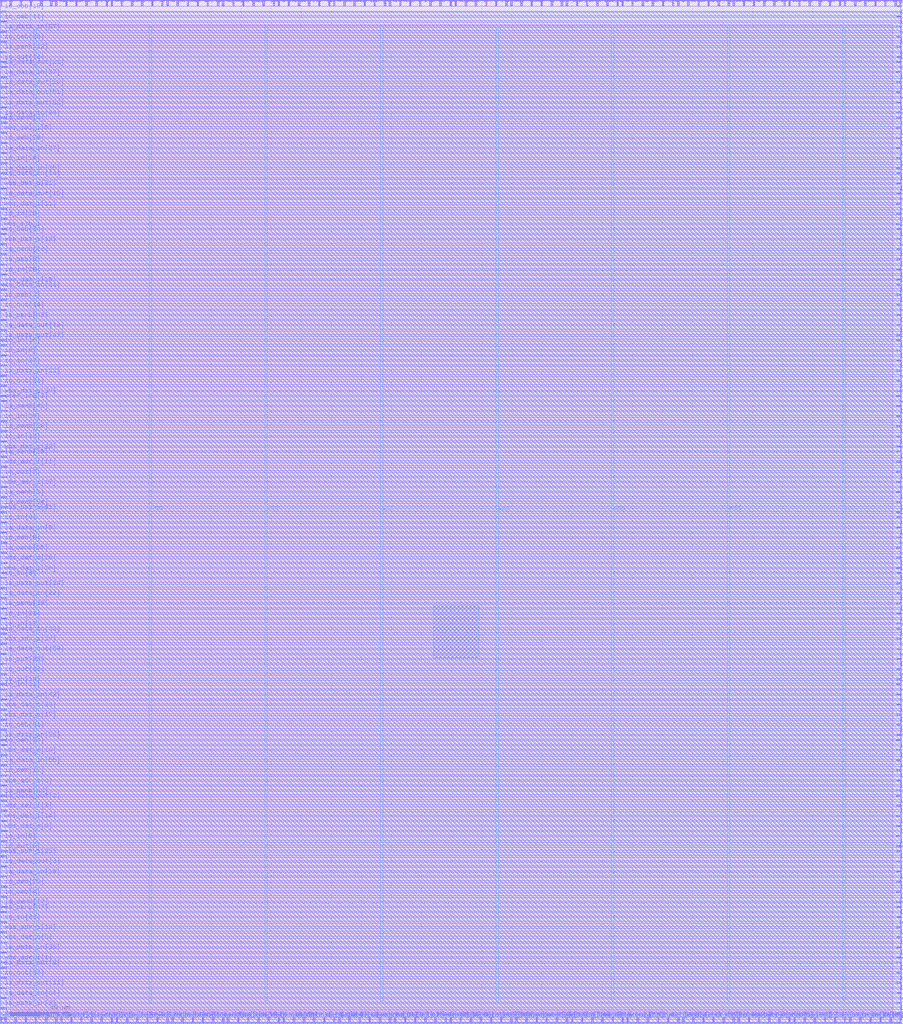
<source format=lef>
VERSION 5.7 ;
  NOWIREEXTENSIONATPIN ON ;
  DIVIDERCHAR "/" ;
  BUSBITCHARS "[]" ;
MACRO tiny_user_project
  CLASS BLOCK ;
  FOREIGN tiny_user_project ;
  ORIGIN 0.000 0.000 ;
  SIZE 600.000 BY 680.000 ;
  PIN io_in[0]
    DIRECTION INPUT ;
    USE SIGNAL ;
    PORT
      LAYER Metal3 ;
        RECT 1.000 443.520 4.000 444.080 ;
    END
  END io_in[0]
  PIN io_in[10]
    DIRECTION INPUT ;
    USE SIGNAL ;
    PORT
      LAYER Metal3 ;
        RECT 1.000 450.240 4.000 450.800 ;
    END
  END io_in[10]
  PIN io_in[11]
    DIRECTION INPUT ;
    USE SIGNAL ;
    PORT
      LAYER Metal3 ;
        RECT 1.000 221.760 4.000 222.320 ;
    END
  END io_in[11]
  PIN io_in[12]
    DIRECTION INPUT ;
    USE SIGNAL ;
    PORT
      LAYER Metal3 ;
        RECT 1.000 386.400 4.000 386.960 ;
    END
  END io_in[12]
  PIN io_in[13]
    DIRECTION INPUT ;
    USE SIGNAL ;
    PORT
      LAYER Metal3 ;
        RECT 1.000 262.080 4.000 262.640 ;
    END
  END io_in[13]
  PIN io_in[14]
    DIRECTION INPUT ;
    USE SIGNAL ;
    PORT
      LAYER Metal3 ;
        RECT 1.000 225.120 4.000 225.680 ;
    END
  END io_in[14]
  PIN io_in[15]
    DIRECTION INPUT ;
    USE SIGNAL ;
    PORT
      LAYER Metal2 ;
        RECT 299.040 676.000 299.600 679.000 ;
    END
  END io_in[15]
  PIN io_in[16]
    DIRECTION INPUT ;
    USE SIGNAL ;
    PORT
      LAYER Metal3 ;
        RECT 596.000 168.000 599.000 168.560 ;
    END
  END io_in[16]
  PIN io_in[17]
    DIRECTION INPUT ;
    USE SIGNAL ;
    PORT
      LAYER Metal3 ;
        RECT 596.000 641.760 599.000 642.320 ;
    END
  END io_in[17]
  PIN io_in[18]
    DIRECTION INPUT ;
    USE SIGNAL ;
    PORT
      LAYER Metal2 ;
        RECT 389.760 676.000 390.320 679.000 ;
    END
  END io_in[18]
  PIN io_in[19]
    DIRECTION INPUT ;
    USE SIGNAL ;
    PORT
      LAYER Metal3 ;
        RECT 596.000 26.880 599.000 27.440 ;
    END
  END io_in[19]
  PIN io_in[1]
    DIRECTION INPUT ;
    USE SIGNAL ;
    PORT
      LAYER Metal2 ;
        RECT 36.960 676.000 37.520 679.000 ;
    END
  END io_in[1]
  PIN io_in[20]
    DIRECTION INPUT ;
    USE SIGNAL ;
    PORT
      LAYER Metal2 ;
        RECT 470.400 676.000 470.960 679.000 ;
    END
  END io_in[20]
  PIN io_in[21]
    DIRECTION INPUT ;
    USE SIGNAL ;
    PORT
      LAYER Metal2 ;
        RECT 450.240 1.000 450.800 4.000 ;
    END
  END io_in[21]
  PIN io_in[22]
    DIRECTION INPUT ;
    USE SIGNAL ;
    PORT
      LAYER Metal2 ;
        RECT 598.080 676.000 598.640 679.000 ;
    END
  END io_in[22]
  PIN io_in[23]
    DIRECTION INPUT ;
    USE SIGNAL ;
    PORT
      LAYER Metal3 ;
        RECT 596.000 594.720 599.000 595.280 ;
    END
  END io_in[23]
  PIN io_in[24]
    DIRECTION INPUT ;
    USE SIGNAL ;
    PORT
      LAYER Metal2 ;
        RECT 527.520 1.000 528.080 4.000 ;
    END
  END io_in[24]
  PIN io_in[25]
    DIRECTION INPUT ;
    USE SIGNAL ;
    PORT
      LAYER Metal2 ;
        RECT 84.000 1.000 84.560 4.000 ;
    END
  END io_in[25]
  PIN io_in[26]
    DIRECTION INPUT ;
    USE SIGNAL ;
    PORT
      LAYER Metal3 ;
        RECT 1.000 534.240 4.000 534.800 ;
    END
  END io_in[26]
  PIN io_in[27]
    DIRECTION INPUT ;
    USE SIGNAL ;
    PORT
      LAYER Metal3 ;
        RECT 1.000 436.800 4.000 437.360 ;
    END
  END io_in[27]
  PIN io_in[28]
    DIRECTION INPUT ;
    USE SIGNAL ;
    PORT
      LAYER Metal3 ;
        RECT 1.000 497.280 4.000 497.840 ;
    END
  END io_in[28]
  PIN io_in[29]
    DIRECTION INPUT ;
    USE SIGNAL ;
    PORT
      LAYER Metal3 ;
        RECT 1.000 399.840 4.000 400.400 ;
    END
  END io_in[29]
  PIN io_in[2]
    DIRECTION INPUT ;
    USE SIGNAL ;
    PORT
      LAYER Metal3 ;
        RECT 596.000 675.360 599.000 675.920 ;
    END
  END io_in[2]
  PIN io_in[30]
    DIRECTION INPUT ;
    USE SIGNAL ;
    PORT
      LAYER Metal2 ;
        RECT 416.640 1.000 417.200 4.000 ;
    END
  END io_in[30]
  PIN io_in[31]
    DIRECTION INPUT ;
    USE SIGNAL ;
    PORT
      LAYER Metal3 ;
        RECT 1.000 268.800 4.000 269.360 ;
    END
  END io_in[31]
  PIN io_in[32]
    DIRECTION INPUT ;
    USE SIGNAL ;
    PORT
      LAYER Metal2 ;
        RECT 540.960 1.000 541.520 4.000 ;
    END
  END io_in[32]
  PIN io_in[33]
    DIRECTION INPUT ;
    USE SIGNAL ;
    PORT
      LAYER Metal3 ;
        RECT 1.000 67.200 4.000 67.760 ;
    END
  END io_in[33]
  PIN io_in[34]
    DIRECTION INPUT ;
    USE SIGNAL ;
    PORT
      LAYER Metal3 ;
        RECT 1.000 571.200 4.000 571.760 ;
    END
  END io_in[34]
  PIN io_in[35]
    DIRECTION INPUT ;
    USE SIGNAL ;
    PORT
      LAYER Metal2 ;
        RECT 530.880 676.000 531.440 679.000 ;
    END
  END io_in[35]
  PIN io_in[36]
    DIRECTION INPUT ;
    USE SIGNAL ;
    PORT
      LAYER Metal3 ;
        RECT 596.000 604.800 599.000 605.360 ;
    END
  END io_in[36]
  PIN io_in[37]
    DIRECTION INPUT ;
    USE SIGNAL ;
    PORT
      LAYER Metal3 ;
        RECT 596.000 527.520 599.000 528.080 ;
    END
  END io_in[37]
  PIN io_in[3]
    DIRECTION INPUT ;
    USE SIGNAL ;
    PORT
      LAYER Metal3 ;
        RECT 596.000 668.640 599.000 669.200 ;
    END
  END io_in[3]
  PIN io_in[4]
    DIRECTION INPUT ;
    USE SIGNAL ;
    PORT
      LAYER Metal3 ;
        RECT 596.000 329.280 599.000 329.840 ;
    END
  END io_in[4]
  PIN io_in[5]
    DIRECTION INPUT ;
    USE SIGNAL ;
    PORT
      LAYER Metal3 ;
        RECT 1.000 120.960 4.000 121.520 ;
    END
  END io_in[5]
  PIN io_in[6]
    DIRECTION INPUT ;
    USE SIGNAL ;
    PORT
      LAYER Metal3 ;
        RECT 596.000 161.280 599.000 161.840 ;
    END
  END io_in[6]
  PIN io_in[7]
    DIRECTION INPUT ;
    USE SIGNAL ;
    PORT
      LAYER Metal2 ;
        RECT 483.840 676.000 484.400 679.000 ;
    END
  END io_in[7]
  PIN io_in[8]
    DIRECTION INPUT ;
    USE SIGNAL ;
    PORT
      LAYER Metal3 ;
        RECT 1.000 295.680 4.000 296.240 ;
    END
  END io_in[8]
  PIN io_in[9]
    DIRECTION INPUT ;
    USE SIGNAL ;
    PORT
      LAYER Metal3 ;
        RECT 1.000 332.640 4.000 333.200 ;
    END
  END io_in[9]
  PIN io_oeb[0]
    DIRECTION OUTPUT TRISTATE ;
    USE SIGNAL ;
    PORT
      LAYER Metal3 ;
        RECT 596.000 490.560 599.000 491.120 ;
    END
  END io_oeb[0]
  PIN io_oeb[10]
    DIRECTION OUTPUT TRISTATE ;
    USE SIGNAL ;
    PORT
      LAYER Metal3 ;
        RECT 596.000 453.600 599.000 454.160 ;
    END
  END io_oeb[10]
  PIN io_oeb[11]
    DIRECTION OUTPUT TRISTATE ;
    USE SIGNAL ;
    PORT
      LAYER Metal3 ;
        RECT 1.000 665.280 4.000 665.840 ;
    END
  END io_oeb[11]
  PIN io_oeb[12]
    DIRECTION OUTPUT TRISTATE ;
    USE SIGNAL ;
    PORT
      LAYER Metal2 ;
        RECT 393.120 1.000 393.680 4.000 ;
    END
  END io_oeb[12]
  PIN io_oeb[13]
    DIRECTION OUTPUT TRISTATE ;
    USE SIGNAL ;
    PORT
      LAYER Metal3 ;
        RECT 1.000 164.640 4.000 165.200 ;
    END
  END io_oeb[13]
  PIN io_oeb[14]
    DIRECTION OUTPUT TRISTATE ;
    USE SIGNAL ;
    PORT
      LAYER Metal2 ;
        RECT 584.640 1.000 585.200 4.000 ;
    END
  END io_oeb[14]
  PIN io_oeb[15]
    DIRECTION OUTPUT TRISTATE ;
    USE SIGNAL ;
    PORT
      LAYER Metal2 ;
        RECT 366.240 676.000 366.800 679.000 ;
    END
  END io_oeb[15]
  PIN io_oeb[16]
    DIRECTION OUTPUT TRISTATE ;
    USE SIGNAL ;
    PORT
      LAYER Metal2 ;
        RECT 184.800 1.000 185.360 4.000 ;
    END
  END io_oeb[16]
  PIN io_oeb[17]
    DIRECTION OUTPUT TRISTATE ;
    USE SIGNAL ;
    PORT
      LAYER Metal2 ;
        RECT 60.480 1.000 61.040 4.000 ;
    END
  END io_oeb[17]
  PIN io_oeb[18]
    DIRECTION OUTPUT TRISTATE ;
    USE SIGNAL ;
    PORT
      LAYER Metal3 ;
        RECT 1.000 672.000 4.000 672.560 ;
    END
  END io_oeb[18]
  PIN io_oeb[19]
    DIRECTION OUTPUT TRISTATE ;
    USE SIGNAL ;
    PORT
      LAYER Metal2 ;
        RECT 184.800 676.000 185.360 679.000 ;
    END
  END io_oeb[19]
  PIN io_oeb[1]
    DIRECTION OUTPUT TRISTATE ;
    USE SIGNAL ;
    PORT
      LAYER Metal2 ;
        RECT 131.040 676.000 131.600 679.000 ;
    END
  END io_oeb[1]
  PIN io_oeb[20]
    DIRECTION OUTPUT TRISTATE ;
    USE SIGNAL ;
    PORT
      LAYER Metal2 ;
        RECT 329.280 676.000 329.840 679.000 ;
    END
  END io_oeb[20]
  PIN io_oeb[21]
    DIRECTION OUTPUT TRISTATE ;
    USE SIGNAL ;
    PORT
      LAYER Metal2 ;
        RECT 547.680 1.000 548.240 4.000 ;
    END
  END io_oeb[21]
  PIN io_oeb[22]
    DIRECTION OUTPUT TRISTATE ;
    USE SIGNAL ;
    PORT
      LAYER Metal3 ;
        RECT 596.000 204.960 599.000 205.520 ;
    END
  END io_oeb[22]
  PIN io_oeb[23]
    DIRECTION OUTPUT TRISTATE ;
    USE SIGNAL ;
    PORT
      LAYER Metal2 ;
        RECT 581.280 676.000 581.840 679.000 ;
    END
  END io_oeb[23]
  PIN io_oeb[24]
    DIRECTION OUTPUT TRISTATE ;
    USE SIGNAL ;
    PORT
      LAYER Metal3 ;
        RECT 1.000 184.800 4.000 185.360 ;
    END
  END io_oeb[24]
  PIN io_oeb[25]
    DIRECTION OUTPUT TRISTATE ;
    USE SIGNAL ;
    PORT
      LAYER Metal3 ;
        RECT 1.000 90.720 4.000 91.280 ;
    END
  END io_oeb[25]
  PIN io_oeb[26]
    DIRECTION OUTPUT TRISTATE ;
    USE SIGNAL ;
    PORT
      LAYER Metal3 ;
        RECT 1.000 584.640 4.000 585.200 ;
    END
  END io_oeb[26]
  PIN io_oeb[27]
    DIRECTION OUTPUT TRISTATE ;
    USE SIGNAL ;
    PORT
      LAYER Metal2 ;
        RECT 534.240 1.000 534.800 4.000 ;
    END
  END io_oeb[27]
  PIN io_oeb[28]
    DIRECTION OUTPUT TRISTATE ;
    USE SIGNAL ;
    PORT
      LAYER Metal3 ;
        RECT 1.000 651.840 4.000 652.400 ;
    END
  END io_oeb[28]
  PIN io_oeb[29]
    DIRECTION OUTPUT TRISTATE ;
    USE SIGNAL ;
    PORT
      LAYER Metal3 ;
        RECT 596.000 366.240 599.000 366.800 ;
    END
  END io_oeb[29]
  PIN io_oeb[2]
    DIRECTION OUTPUT TRISTATE ;
    USE SIGNAL ;
    PORT
      LAYER Metal3 ;
        RECT 596.000 285.600 599.000 286.160 ;
    END
  END io_oeb[2]
  PIN io_oeb[30]
    DIRECTION OUTPUT TRISTATE ;
    USE SIGNAL ;
    PORT
      LAYER Metal3 ;
        RECT 596.000 0.000 599.000 0.560 ;
    END
  END io_oeb[30]
  PIN io_oeb[31]
    DIRECTION OUTPUT TRISTATE ;
    USE SIGNAL ;
    PORT
      LAYER Metal3 ;
        RECT 1.000 194.880 4.000 195.440 ;
    END
  END io_oeb[31]
  PIN io_oeb[32]
    DIRECTION OUTPUT TRISTATE ;
    USE SIGNAL ;
    PORT
      LAYER Metal2 ;
        RECT 520.800 676.000 521.360 679.000 ;
    END
  END io_oeb[32]
  PIN io_oeb[33]
    DIRECTION OUTPUT TRISTATE ;
    USE SIGNAL ;
    PORT
      LAYER Metal3 ;
        RECT 596.000 144.480 599.000 145.040 ;
    END
  END io_oeb[33]
  PIN io_oeb[34]
    DIRECTION OUTPUT TRISTATE ;
    USE SIGNAL ;
    PORT
      LAYER Metal3 ;
        RECT 1.000 524.160 4.000 524.720 ;
    END
  END io_oeb[34]
  PIN io_oeb[35]
    DIRECTION OUTPUT TRISTATE ;
    USE SIGNAL ;
    PORT
      LAYER Metal3 ;
        RECT 596.000 618.240 599.000 618.800 ;
    END
  END io_oeb[35]
  PIN io_oeb[36]
    DIRECTION OUTPUT TRISTATE ;
    USE SIGNAL ;
    PORT
      LAYER Metal2 ;
        RECT 315.840 676.000 316.400 679.000 ;
    END
  END io_oeb[36]
  PIN io_oeb[37]
    DIRECTION OUTPUT TRISTATE ;
    USE SIGNAL ;
    PORT
      LAYER Metal3 ;
        RECT 596.000 299.040 599.000 299.600 ;
    END
  END io_oeb[37]
  PIN io_oeb[3]
    DIRECTION OUTPUT TRISTATE ;
    USE SIGNAL ;
    PORT
      LAYER Metal3 ;
        RECT 1.000 480.480 4.000 481.040 ;
    END
  END io_oeb[3]
  PIN io_oeb[4]
    DIRECTION OUTPUT TRISTATE ;
    USE SIGNAL ;
    PORT
      LAYER Metal3 ;
        RECT 1.000 84.000 4.000 84.560 ;
    END
  END io_oeb[4]
  PIN io_oeb[5]
    DIRECTION OUTPUT TRISTATE ;
    USE SIGNAL ;
    PORT
      LAYER Metal2 ;
        RECT 426.720 676.000 427.280 679.000 ;
    END
  END io_oeb[5]
  PIN io_oeb[6]
    DIRECTION OUTPUT TRISTATE ;
    USE SIGNAL ;
    PORT
      LAYER Metal3 ;
        RECT 1.000 504.000 4.000 504.560 ;
    END
  END io_oeb[6]
  PIN io_oeb[7]
    DIRECTION OUTPUT TRISTATE ;
    USE SIGNAL ;
    PORT
      LAYER Metal2 ;
        RECT 265.440 676.000 266.000 679.000 ;
    END
  END io_oeb[7]
  PIN io_oeb[8]
    DIRECTION OUTPUT TRISTATE ;
    USE SIGNAL ;
    PORT
      LAYER Metal3 ;
        RECT 1.000 319.200 4.000 319.760 ;
    END
  END io_oeb[8]
  PIN io_oeb[9]
    DIRECTION OUTPUT TRISTATE ;
    USE SIGNAL ;
    PORT
      LAYER Metal3 ;
        RECT 596.000 661.920 599.000 662.480 ;
    END
  END io_oeb[9]
  PIN io_out[0]
    DIRECTION OUTPUT TRISTATE ;
    USE SIGNAL ;
    PORT
      LAYER Metal2 ;
        RECT 63.840 676.000 64.400 679.000 ;
    END
  END io_out[0]
  PIN io_out[10]
    DIRECTION OUTPUT TRISTATE ;
    USE SIGNAL ;
    PORT
      LAYER Metal2 ;
        RECT 154.560 676.000 155.120 679.000 ;
    END
  END io_out[10]
  PIN io_out[11]
    DIRECTION OUTPUT TRISTATE ;
    USE SIGNAL ;
    PORT
      LAYER Metal2 ;
        RECT 413.280 1.000 413.840 4.000 ;
    END
  END io_out[11]
  PIN io_out[12]
    DIRECTION OUTPUT TRISTATE ;
    USE SIGNAL ;
    PORT
      LAYER Metal2 ;
        RECT 588.000 676.000 588.560 679.000 ;
    END
  END io_out[12]
  PIN io_out[13]
    DIRECTION OUTPUT TRISTATE ;
    USE SIGNAL ;
    PORT
      LAYER Metal3 ;
        RECT 1.000 638.400 4.000 638.960 ;
    END
  END io_out[13]
  PIN io_out[14]
    DIRECTION OUTPUT TRISTATE ;
    USE SIGNAL ;
    PORT
      LAYER Metal3 ;
        RECT 1.000 473.760 4.000 474.320 ;
    END
  END io_out[14]
  PIN io_out[15]
    DIRECTION OUTPUT TRISTATE ;
    USE SIGNAL ;
    PORT
      LAYER Metal2 ;
        RECT 258.720 1.000 259.280 4.000 ;
    END
  END io_out[15]
  PIN io_out[16]
    DIRECTION OUTPUT TRISTATE ;
    USE SIGNAL ;
    PORT
      LAYER Metal3 ;
        RECT 596.000 574.560 599.000 575.120 ;
    END
  END io_out[16]
  PIN io_out[17]
    DIRECTION OUTPUT TRISTATE ;
    USE SIGNAL ;
    PORT
      LAYER Metal2 ;
        RECT 73.920 1.000 74.480 4.000 ;
    END
  END io_out[17]
  PIN io_out[18]
    DIRECTION OUTPUT TRISTATE ;
    USE SIGNAL ;
    PORT
      LAYER Metal2 ;
        RECT 598.080 1.000 598.640 4.000 ;
    END
  END io_out[18]
  PIN io_out[19]
    DIRECTION OUTPUT TRISTATE ;
    USE SIGNAL ;
    PORT
      LAYER Metal2 ;
        RECT 100.800 676.000 101.360 679.000 ;
    END
  END io_out[19]
  PIN io_out[1]
    DIRECTION OUTPUT TRISTATE ;
    USE SIGNAL ;
    PORT
      LAYER Metal2 ;
        RECT 40.320 1.000 40.880 4.000 ;
    END
  END io_out[1]
  PIN io_out[20]
    DIRECTION OUTPUT TRISTATE ;
    USE SIGNAL ;
    PORT
      LAYER Metal3 ;
        RECT 596.000 100.800 599.000 101.360 ;
    END
  END io_out[20]
  PIN io_out[21]
    DIRECTION OUTPUT TRISTATE ;
    USE SIGNAL ;
    PORT
      LAYER Metal3 ;
        RECT 1.000 423.360 4.000 423.920 ;
    END
  END io_out[21]
  PIN io_out[22]
    DIRECTION OUTPUT TRISTATE ;
    USE SIGNAL ;
    PORT
      LAYER Metal3 ;
        RECT 596.000 181.440 599.000 182.000 ;
    END
  END io_out[22]
  PIN io_out[23]
    DIRECTION OUTPUT TRISTATE ;
    USE SIGNAL ;
    PORT
      LAYER Metal3 ;
        RECT 1.000 238.560 4.000 239.120 ;
    END
  END io_out[23]
  PIN io_out[24]
    DIRECTION OUTPUT TRISTATE ;
    USE SIGNAL ;
    PORT
      LAYER Metal2 ;
        RECT 561.120 1.000 561.680 4.000 ;
    END
  END io_out[24]
  PIN io_out[25]
    DIRECTION OUTPUT TRISTATE ;
    USE SIGNAL ;
    PORT
      LAYER Metal3 ;
        RECT 596.000 57.120 599.000 57.680 ;
    END
  END io_out[25]
  PIN io_out[26]
    DIRECTION OUTPUT TRISTATE ;
    USE SIGNAL ;
    PORT
      LAYER Metal2 ;
        RECT 268.800 1.000 269.360 4.000 ;
    END
  END io_out[26]
  PIN io_out[27]
    DIRECTION OUTPUT TRISTATE ;
    USE SIGNAL ;
    PORT
      LAYER Metal2 ;
        RECT 215.040 1.000 215.600 4.000 ;
    END
  END io_out[27]
  PIN io_out[28]
    DIRECTION OUTPUT TRISTATE ;
    USE SIGNAL ;
    PORT
      LAYER Metal2 ;
        RECT 409.920 676.000 410.480 679.000 ;
    END
  END io_out[28]
  PIN io_out[29]
    DIRECTION OUTPUT TRISTATE ;
    USE SIGNAL ;
    PORT
      LAYER Metal2 ;
        RECT 436.800 1.000 437.360 4.000 ;
    END
  END io_out[29]
  PIN io_out[2]
    DIRECTION OUTPUT TRISTATE ;
    USE SIGNAL ;
    PORT
      LAYER Metal3 ;
        RECT 596.000 265.440 599.000 266.000 ;
    END
  END io_out[2]
  PIN io_out[30]
    DIRECTION OUTPUT TRISTATE ;
    USE SIGNAL ;
    PORT
      LAYER Metal2 ;
        RECT 544.320 676.000 544.880 679.000 ;
    END
  END io_out[30]
  PIN io_out[31]
    DIRECTION OUTPUT TRISTATE ;
    USE SIGNAL ;
    PORT
      LAYER Metal2 ;
        RECT 225.120 1.000 225.680 4.000 ;
    END
  END io_out[31]
  PIN io_out[32]
    DIRECTION OUTPUT TRISTATE ;
    USE SIGNAL ;
    PORT
      LAYER Metal2 ;
        RECT 359.520 676.000 360.080 679.000 ;
    END
  END io_out[32]
  PIN io_out[33]
    DIRECTION OUTPUT TRISTATE ;
    USE SIGNAL ;
    PORT
      LAYER Metal3 ;
        RECT 1.000 231.840 4.000 232.400 ;
    END
  END io_out[33]
  PIN io_out[34]
    DIRECTION OUTPUT TRISTATE ;
    USE SIGNAL ;
    PORT
      LAYER Metal2 ;
        RECT 423.360 1.000 423.920 4.000 ;
    END
  END io_out[34]
  PIN io_out[35]
    DIRECTION OUTPUT TRISTATE ;
    USE SIGNAL ;
    PORT
      LAYER Metal2 ;
        RECT 379.680 1.000 380.240 4.000 ;
    END
  END io_out[35]
  PIN io_out[36]
    DIRECTION OUTPUT TRISTATE ;
    USE SIGNAL ;
    PORT
      LAYER Metal2 ;
        RECT 151.200 1.000 151.760 4.000 ;
    END
  END io_out[36]
  PIN io_out[37]
    DIRECTION OUTPUT TRISTATE ;
    USE SIGNAL ;
    PORT
      LAYER Metal3 ;
        RECT 1.000 30.240 4.000 30.800 ;
    END
  END io_out[37]
  PIN io_out[3]
    DIRECTION OUTPUT TRISTATE ;
    USE SIGNAL ;
    PORT
      LAYER Metal2 ;
        RECT 255.360 676.000 255.920 679.000 ;
    END
  END io_out[3]
  PIN io_out[4]
    DIRECTION OUTPUT TRISTATE ;
    USE SIGNAL ;
    PORT
      LAYER Metal2 ;
        RECT 295.680 1.000 296.240 4.000 ;
    END
  END io_out[4]
  PIN io_out[5]
    DIRECTION OUTPUT TRISTATE ;
    USE SIGNAL ;
    PORT
      LAYER Metal2 ;
        RECT 228.480 676.000 229.040 679.000 ;
    END
  END io_out[5]
  PIN io_out[6]
    DIRECTION OUTPUT TRISTATE ;
    USE SIGNAL ;
    PORT
      LAYER Metal3 ;
        RECT 1.000 114.240 4.000 114.800 ;
    END
  END io_out[6]
  PIN io_out[7]
    DIRECTION OUTPUT TRISTATE ;
    USE SIGNAL ;
    PORT
      LAYER Metal3 ;
        RECT 1.000 362.880 4.000 363.440 ;
    END
  END io_out[7]
  PIN io_out[8]
    DIRECTION OUTPUT TRISTATE ;
    USE SIGNAL ;
    PORT
      LAYER Metal2 ;
        RECT 467.040 1.000 467.600 4.000 ;
    END
  END io_out[8]
  PIN io_out[9]
    DIRECTION OUTPUT TRISTATE ;
    USE SIGNAL ;
    PORT
      LAYER Metal2 ;
        RECT 164.640 1.000 165.200 4.000 ;
    END
  END io_out[9]
  PIN la_data_in[0]
    DIRECTION INPUT ;
    USE SIGNAL ;
    PORT
      LAYER Metal3 ;
        RECT 1.000 325.920 4.000 326.480 ;
    END
  END la_data_in[0]
  PIN la_data_in[10]
    DIRECTION INPUT ;
    USE SIGNAL ;
    PORT
      LAYER Metal3 ;
        RECT 596.000 638.400 599.000 638.960 ;
    END
  END la_data_in[10]
  PIN la_data_in[11]
    DIRECTION INPUT ;
    USE SIGNAL ;
    PORT
      LAYER Metal3 ;
        RECT 596.000 322.560 599.000 323.120 ;
    END
  END la_data_in[11]
  PIN la_data_in[12]
    DIRECTION INPUT ;
    USE SIGNAL ;
    PORT
      LAYER Metal2 ;
        RECT 194.880 1.000 195.440 4.000 ;
    END
  END la_data_in[12]
  PIN la_data_in[13]
    DIRECTION INPUT ;
    USE SIGNAL ;
    PORT
      LAYER Metal2 ;
        RECT 218.400 676.000 218.960 679.000 ;
    END
  END la_data_in[13]
  PIN la_data_in[14]
    DIRECTION INPUT ;
    USE SIGNAL ;
    PORT
      LAYER Metal3 ;
        RECT 1.000 561.120 4.000 561.680 ;
    END
  END la_data_in[14]
  PIN la_data_in[15]
    DIRECTION INPUT ;
    USE SIGNAL ;
    PORT
      LAYER Metal3 ;
        RECT 596.000 500.640 599.000 501.200 ;
    END
  END la_data_in[15]
  PIN la_data_in[16]
    DIRECTION INPUT ;
    USE SIGNAL ;
    PORT
      LAYER Metal2 ;
        RECT 20.160 676.000 20.720 679.000 ;
    END
  END la_data_in[16]
  PIN la_data_in[17]
    DIRECTION INPUT ;
    USE SIGNAL ;
    PORT
      LAYER Metal3 ;
        RECT 596.000 137.760 599.000 138.320 ;
    END
  END la_data_in[17]
  PIN la_data_in[18]
    DIRECTION INPUT ;
    USE SIGNAL ;
    PORT
      LAYER Metal2 ;
        RECT 278.880 676.000 279.440 679.000 ;
    END
  END la_data_in[18]
  PIN la_data_in[19]
    DIRECTION INPUT ;
    USE SIGNAL ;
    PORT
      LAYER Metal3 ;
        RECT 1.000 97.440 4.000 98.000 ;
    END
  END la_data_in[19]
  PIN la_data_in[1]
    DIRECTION INPUT ;
    USE SIGNAL ;
    PORT
      LAYER Metal2 ;
        RECT 107.520 676.000 108.080 679.000 ;
    END
  END la_data_in[1]
  PIN la_data_in[20]
    DIRECTION INPUT ;
    USE SIGNAL ;
    PORT
      LAYER Metal3 ;
        RECT 596.000 174.720 599.000 175.280 ;
    END
  END la_data_in[20]
  PIN la_data_in[21]
    DIRECTION INPUT ;
    USE SIGNAL ;
    PORT
      LAYER Metal3 ;
        RECT 1.000 487.200 4.000 487.760 ;
    END
  END la_data_in[21]
  PIN la_data_in[22]
    DIRECTION INPUT ;
    USE SIGNAL ;
    PORT
      LAYER Metal3 ;
        RECT 1.000 282.240 4.000 282.800 ;
    END
  END la_data_in[22]
  PIN la_data_in[23]
    DIRECTION INPUT ;
    USE SIGNAL ;
    PORT
      LAYER Metal3 ;
        RECT 596.000 520.800 599.000 521.360 ;
    END
  END la_data_in[23]
  PIN la_data_in[24]
    DIRECTION INPUT ;
    USE SIGNAL ;
    PORT
      LAYER Metal2 ;
        RECT 285.600 676.000 286.160 679.000 ;
    END
  END la_data_in[24]
  PIN la_data_in[25]
    DIRECTION INPUT ;
    USE SIGNAL ;
    PORT
      LAYER Metal2 ;
        RECT 94.080 676.000 94.640 679.000 ;
    END
  END la_data_in[25]
  PIN la_data_in[26]
    DIRECTION INPUT ;
    USE SIGNAL ;
    PORT
      LAYER Metal2 ;
        RECT 352.800 676.000 353.360 679.000 ;
    END
  END la_data_in[26]
  PIN la_data_in[27]
    DIRECTION INPUT ;
    USE SIGNAL ;
    PORT
      LAYER Metal3 ;
        RECT 1.000 577.920 4.000 578.480 ;
    END
  END la_data_in[27]
  PIN la_data_in[28]
    DIRECTION INPUT ;
    USE SIGNAL ;
    PORT
      LAYER Metal3 ;
        RECT 1.000 601.440 4.000 602.000 ;
    END
  END la_data_in[28]
  PIN la_data_in[29]
    DIRECTION INPUT ;
    USE SIGNAL ;
    PORT
      LAYER Metal3 ;
        RECT 596.000 198.240 599.000 198.800 ;
    END
  END la_data_in[29]
  PIN la_data_in[2]
    DIRECTION INPUT ;
    USE SIGNAL ;
    PORT
      LAYER Metal2 ;
        RECT 241.920 676.000 242.480 679.000 ;
    END
  END la_data_in[2]
  PIN la_data_in[30]
    DIRECTION INPUT ;
    USE SIGNAL ;
    PORT
      LAYER Metal3 ;
        RECT 1.000 47.040 4.000 47.600 ;
    END
  END la_data_in[30]
  PIN la_data_in[31]
    DIRECTION INPUT ;
    USE SIGNAL ;
    PORT
      LAYER Metal2 ;
        RECT 500.640 676.000 501.200 679.000 ;
    END
  END la_data_in[31]
  PIN la_data_in[32]
    DIRECTION INPUT ;
    USE SIGNAL ;
    PORT
      LAYER Metal3 ;
        RECT 1.000 258.720 4.000 259.280 ;
    END
  END la_data_in[32]
  PIN la_data_in[33]
    DIRECTION INPUT ;
    USE SIGNAL ;
    PORT
      LAYER Metal3 ;
        RECT 1.000 430.080 4.000 430.640 ;
    END
  END la_data_in[33]
  PIN la_data_in[34]
    DIRECTION INPUT ;
    USE SIGNAL ;
    PORT
      LAYER Metal2 ;
        RECT 6.720 676.000 7.280 679.000 ;
    END
  END la_data_in[34]
  PIN la_data_in[35]
    DIRECTION INPUT ;
    USE SIGNAL ;
    PORT
      LAYER Metal3 ;
        RECT 1.000 564.480 4.000 565.040 ;
    END
  END la_data_in[35]
  PIN la_data_in[36]
    DIRECTION INPUT ;
    USE SIGNAL ;
    PORT
      LAYER Metal2 ;
        RECT 453.600 1.000 454.160 4.000 ;
    END
  END la_data_in[36]
  PIN la_data_in[37]
    DIRECTION INPUT ;
    USE SIGNAL ;
    PORT
      LAYER Metal3 ;
        RECT 1.000 628.320 4.000 628.880 ;
    END
  END la_data_in[37]
  PIN la_data_in[38]
    DIRECTION INPUT ;
    USE SIGNAL ;
    PORT
      LAYER Metal2 ;
        RECT 288.960 1.000 289.520 4.000 ;
    END
  END la_data_in[38]
  PIN la_data_in[39]
    DIRECTION INPUT ;
    USE SIGNAL ;
    PORT
      LAYER Metal2 ;
        RECT 309.120 676.000 309.680 679.000 ;
    END
  END la_data_in[39]
  PIN la_data_in[3]
    DIRECTION INPUT ;
    USE SIGNAL ;
    PORT
      LAYER Metal3 ;
        RECT 596.000 389.760 599.000 390.320 ;
    END
  END la_data_in[3]
  PIN la_data_in[40]
    DIRECTION INPUT ;
    USE SIGNAL ;
    PORT
      LAYER Metal2 ;
        RECT 221.760 1.000 222.320 4.000 ;
    END
  END la_data_in[40]
  PIN la_data_in[41]
    DIRECTION INPUT ;
    USE SIGNAL ;
    PORT
      LAYER Metal2 ;
        RECT 305.760 1.000 306.320 4.000 ;
    END
  END la_data_in[41]
  PIN la_data_in[42]
    DIRECTION INPUT ;
    USE SIGNAL ;
    PORT
      LAYER Metal3 ;
        RECT 1.000 215.040 4.000 215.600 ;
    END
  END la_data_in[42]
  PIN la_data_in[43]
    DIRECTION INPUT ;
    USE SIGNAL ;
    PORT
      LAYER Metal2 ;
        RECT 561.120 676.000 561.680 679.000 ;
    END
  END la_data_in[43]
  PIN la_data_in[44]
    DIRECTION INPUT ;
    USE SIGNAL ;
    PORT
      LAYER Metal3 ;
        RECT 596.000 43.680 599.000 44.240 ;
    END
  END la_data_in[44]
  PIN la_data_in[45]
    DIRECTION INPUT ;
    USE SIGNAL ;
    PORT
      LAYER Metal2 ;
        RECT 208.320 1.000 208.880 4.000 ;
    END
  END la_data_in[45]
  PIN la_data_in[46]
    DIRECTION INPUT ;
    USE SIGNAL ;
    PORT
      LAYER Metal3 ;
        RECT 596.000 507.360 599.000 507.920 ;
    END
  END la_data_in[46]
  PIN la_data_in[47]
    DIRECTION INPUT ;
    USE SIGNAL ;
    PORT
      LAYER Metal2 ;
        RECT 399.840 1.000 400.400 4.000 ;
    END
  END la_data_in[47]
  PIN la_data_in[48]
    DIRECTION INPUT ;
    USE SIGNAL ;
    PORT
      LAYER Metal2 ;
        RECT 258.720 676.000 259.280 679.000 ;
    END
  END la_data_in[48]
  PIN la_data_in[49]
    DIRECTION INPUT ;
    USE SIGNAL ;
    PORT
      LAYER Metal2 ;
        RECT 204.960 676.000 205.520 679.000 ;
    END
  END la_data_in[49]
  PIN la_data_in[4]
    DIRECTION INPUT ;
    USE SIGNAL ;
    PORT
      LAYER Metal2 ;
        RECT 13.440 676.000 14.000 679.000 ;
    END
  END la_data_in[4]
  PIN la_data_in[50]
    DIRECTION INPUT ;
    USE SIGNAL ;
    PORT
      LAYER Metal2 ;
        RECT 211.680 676.000 212.240 679.000 ;
    END
  END la_data_in[50]
  PIN la_data_in[51]
    DIRECTION INPUT ;
    USE SIGNAL ;
    PORT
      LAYER Metal2 ;
        RECT 299.040 1.000 299.600 4.000 ;
    END
  END la_data_in[51]
  PIN la_data_in[52]
    DIRECTION INPUT ;
    USE SIGNAL ;
    PORT
      LAYER Metal3 ;
        RECT 596.000 255.360 599.000 255.920 ;
    END
  END la_data_in[52]
  PIN la_data_in[53]
    DIRECTION INPUT ;
    USE SIGNAL ;
    PORT
      LAYER Metal2 ;
        RECT 456.960 676.000 457.520 679.000 ;
    END
  END la_data_in[53]
  PIN la_data_in[54]
    DIRECTION INPUT ;
    USE SIGNAL ;
    PORT
      LAYER Metal2 ;
        RECT 413.280 676.000 413.840 679.000 ;
    END
  END la_data_in[54]
  PIN la_data_in[55]
    DIRECTION INPUT ;
    USE SIGNAL ;
    PORT
      LAYER Metal3 ;
        RECT 1.000 171.360 4.000 171.920 ;
    END
  END la_data_in[55]
  PIN la_data_in[56]
    DIRECTION INPUT ;
    USE SIGNAL ;
    PORT
      LAYER Metal3 ;
        RECT 1.000 188.160 4.000 188.720 ;
    END
  END la_data_in[56]
  PIN la_data_in[57]
    DIRECTION INPUT ;
    USE SIGNAL ;
    PORT
      LAYER Metal3 ;
        RECT 1.000 658.560 4.000 659.120 ;
    END
  END la_data_in[57]
  PIN la_data_in[58]
    DIRECTION INPUT ;
    USE SIGNAL ;
    PORT
      LAYER Metal2 ;
        RECT 231.840 1.000 232.400 4.000 ;
    END
  END la_data_in[58]
  PIN la_data_in[59]
    DIRECTION INPUT ;
    USE SIGNAL ;
    PORT
      LAYER Metal3 ;
        RECT 596.000 624.960 599.000 625.520 ;
    END
  END la_data_in[59]
  PIN la_data_in[5]
    DIRECTION INPUT ;
    USE SIGNAL ;
    PORT
      LAYER Metal2 ;
        RECT 110.880 1.000 111.440 4.000 ;
    END
  END la_data_in[5]
  PIN la_data_in[60]
    DIRECTION INPUT ;
    USE SIGNAL ;
    PORT
      LAYER Metal3 ;
        RECT 596.000 463.680 599.000 464.240 ;
    END
  END la_data_in[60]
  PIN la_data_in[61]
    DIRECTION INPUT ;
    USE SIGNAL ;
    PORT
      LAYER Metal3 ;
        RECT 1.000 16.800 4.000 17.360 ;
    END
  END la_data_in[61]
  PIN la_data_in[62]
    DIRECTION INPUT ;
    USE SIGNAL ;
    PORT
      LAYER Metal2 ;
        RECT 376.320 1.000 376.880 4.000 ;
    END
  END la_data_in[62]
  PIN la_data_in[63]
    DIRECTION INPUT ;
    USE SIGNAL ;
    PORT
      LAYER Metal2 ;
        RECT 124.320 676.000 124.880 679.000 ;
    END
  END la_data_in[63]
  PIN la_data_in[6]
    DIRECTION INPUT ;
    USE SIGNAL ;
    PORT
      LAYER Metal2 ;
        RECT 127.680 1.000 128.240 4.000 ;
    END
  END la_data_in[6]
  PIN la_data_in[7]
    DIRECTION INPUT ;
    USE SIGNAL ;
    PORT
      LAYER Metal3 ;
        RECT 596.000 272.160 599.000 272.720 ;
    END
  END la_data_in[7]
  PIN la_data_in[8]
    DIRECTION INPUT ;
    USE SIGNAL ;
    PORT
      LAYER Metal3 ;
        RECT 1.000 10.080 4.000 10.640 ;
    END
  END la_data_in[8]
  PIN la_data_in[9]
    DIRECTION INPUT ;
    USE SIGNAL ;
    PORT
      LAYER Metal2 ;
        RECT 537.600 676.000 538.160 679.000 ;
    END
  END la_data_in[9]
  PIN la_data_out[0]
    DIRECTION OUTPUT TRISTATE ;
    USE SIGNAL ;
    PORT
      LAYER Metal2 ;
        RECT 514.080 676.000 514.640 679.000 ;
    END
  END la_data_out[0]
  PIN la_data_out[10]
    DIRECTION OUTPUT TRISTATE ;
    USE SIGNAL ;
    PORT
      LAYER Metal3 ;
        RECT 596.000 383.040 599.000 383.600 ;
    END
  END la_data_out[10]
  PIN la_data_out[11]
    DIRECTION OUTPUT TRISTATE ;
    USE SIGNAL ;
    PORT
      LAYER Metal3 ;
        RECT 1.000 23.520 4.000 24.080 ;
    END
  END la_data_out[11]
  PIN la_data_out[12]
    DIRECTION OUTPUT TRISTATE ;
    USE SIGNAL ;
    PORT
      LAYER Metal3 ;
        RECT 1.000 460.320 4.000 460.880 ;
    END
  END la_data_out[12]
  PIN la_data_out[13]
    DIRECTION OUTPUT TRISTATE ;
    USE SIGNAL ;
    PORT
      LAYER Metal2 ;
        RECT 238.560 1.000 239.120 4.000 ;
    END
  END la_data_out[13]
  PIN la_data_out[14]
    DIRECTION OUTPUT TRISTATE ;
    USE SIGNAL ;
    PORT
      LAYER Metal3 ;
        RECT 596.000 302.400 599.000 302.960 ;
    END
  END la_data_out[14]
  PIN la_data_out[15]
    DIRECTION OUTPUT TRISTATE ;
    USE SIGNAL ;
    PORT
      LAYER Metal3 ;
        RECT 1.000 547.680 4.000 548.240 ;
    END
  END la_data_out[15]
  PIN la_data_out[16]
    DIRECTION OUTPUT TRISTATE ;
    USE SIGNAL ;
    PORT
      LAYER Metal3 ;
        RECT 596.000 396.480 599.000 397.040 ;
    END
  END la_data_out[16]
  PIN la_data_out[17]
    DIRECTION OUTPUT TRISTATE ;
    USE SIGNAL ;
    PORT
      LAYER Metal2 ;
        RECT 272.160 676.000 272.720 679.000 ;
    END
  END la_data_out[17]
  PIN la_data_out[18]
    DIRECTION OUTPUT TRISTATE ;
    USE SIGNAL ;
    PORT
      LAYER Metal3 ;
        RECT 596.000 567.840 599.000 568.400 ;
    END
  END la_data_out[18]
  PIN la_data_out[19]
    DIRECTION OUTPUT TRISTATE ;
    USE SIGNAL ;
    PORT
      LAYER Metal2 ;
        RECT 339.360 1.000 339.920 4.000 ;
    END
  END la_data_out[19]
  PIN la_data_out[1]
    DIRECTION OUTPUT TRISTATE ;
    USE SIGNAL ;
    PORT
      LAYER Metal3 ;
        RECT 596.000 339.360 599.000 339.920 ;
    END
  END la_data_out[1]
  PIN la_data_out[20]
    DIRECTION OUTPUT TRISTATE ;
    USE SIGNAL ;
    PORT
      LAYER Metal3 ;
        RECT 596.000 131.040 599.000 131.600 ;
    END
  END la_data_out[20]
  PIN la_data_out[21]
    DIRECTION OUTPUT TRISTATE ;
    USE SIGNAL ;
    PORT
      LAYER Metal3 ;
        RECT 1.000 635.040 4.000 635.600 ;
    END
  END la_data_out[21]
  PIN la_data_out[22]
    DIRECTION OUTPUT TRISTATE ;
    USE SIGNAL ;
    PORT
      LAYER Metal3 ;
        RECT 596.000 440.160 599.000 440.720 ;
    END
  END la_data_out[22]
  PIN la_data_out[23]
    DIRECTION OUTPUT TRISTATE ;
    USE SIGNAL ;
    PORT
      LAYER Metal2 ;
        RECT 188.160 1.000 188.720 4.000 ;
    END
  END la_data_out[23]
  PIN la_data_out[24]
    DIRECTION OUTPUT TRISTATE ;
    USE SIGNAL ;
    PORT
      LAYER Metal3 ;
        RECT 1.000 288.960 4.000 289.520 ;
    END
  END la_data_out[24]
  PIN la_data_out[25]
    DIRECTION OUTPUT TRISTATE ;
    USE SIGNAL ;
    PORT
      LAYER Metal2 ;
        RECT 342.720 1.000 343.280 4.000 ;
    END
  END la_data_out[25]
  PIN la_data_out[26]
    DIRECTION OUTPUT TRISTATE ;
    USE SIGNAL ;
    PORT
      LAYER Metal3 ;
        RECT 1.000 621.600 4.000 622.160 ;
    END
  END la_data_out[26]
  PIN la_data_out[27]
    DIRECTION OUTPUT TRISTATE ;
    USE SIGNAL ;
    PORT
      LAYER Metal2 ;
        RECT 346.080 676.000 346.640 679.000 ;
    END
  END la_data_out[27]
  PIN la_data_out[28]
    DIRECTION OUTPUT TRISTATE ;
    USE SIGNAL ;
    PORT
      LAYER Metal3 ;
        RECT 596.000 551.040 599.000 551.600 ;
    END
  END la_data_out[28]
  PIN la_data_out[29]
    DIRECTION OUTPUT TRISTATE ;
    USE SIGNAL ;
    PORT
      LAYER Metal2 ;
        RECT 275.520 1.000 276.080 4.000 ;
    END
  END la_data_out[29]
  PIN la_data_out[2]
    DIRECTION OUTPUT TRISTATE ;
    USE SIGNAL ;
    PORT
      LAYER Metal3 ;
        RECT 1.000 147.840 4.000 148.400 ;
    END
  END la_data_out[2]
  PIN la_data_out[30]
    DIRECTION OUTPUT TRISTATE ;
    USE SIGNAL ;
    PORT
      LAYER Metal3 ;
        RECT 596.000 336.000 599.000 336.560 ;
    END
  END la_data_out[30]
  PIN la_data_out[31]
    DIRECTION OUTPUT TRISTATE ;
    USE SIGNAL ;
    PORT
      LAYER Metal3 ;
        RECT 596.000 70.560 599.000 71.120 ;
    END
  END la_data_out[31]
  PIN la_data_out[32]
    DIRECTION OUTPUT TRISTATE ;
    USE SIGNAL ;
    PORT
      LAYER Metal2 ;
        RECT 336.000 676.000 336.560 679.000 ;
    END
  END la_data_out[32]
  PIN la_data_out[33]
    DIRECTION OUTPUT TRISTATE ;
    USE SIGNAL ;
    PORT
      LAYER Metal3 ;
        RECT 596.000 154.560 599.000 155.120 ;
    END
  END la_data_out[33]
  PIN la_data_out[34]
    DIRECTION OUTPUT TRISTATE ;
    USE SIGNAL ;
    PORT
      LAYER Metal2 ;
        RECT 312.480 1.000 313.040 4.000 ;
    END
  END la_data_out[34]
  PIN la_data_out[35]
    DIRECTION OUTPUT TRISTATE ;
    USE SIGNAL ;
    PORT
      LAYER Metal2 ;
        RECT 302.400 676.000 302.960 679.000 ;
    END
  END la_data_out[35]
  PIN la_data_out[36]
    DIRECTION OUTPUT TRISTATE ;
    USE SIGNAL ;
    PORT
      LAYER Metal3 ;
        RECT 596.000 557.760 599.000 558.320 ;
    END
  END la_data_out[36]
  PIN la_data_out[37]
    DIRECTION OUTPUT TRISTATE ;
    USE SIGNAL ;
    PORT
      LAYER Metal3 ;
        RECT 596.000 292.320 599.000 292.880 ;
    END
  END la_data_out[37]
  PIN la_data_out[38]
    DIRECTION OUTPUT TRISTATE ;
    USE SIGNAL ;
    PORT
      LAYER Metal3 ;
        RECT 596.000 50.400 599.000 50.960 ;
    END
  END la_data_out[38]
  PIN la_data_out[39]
    DIRECTION OUTPUT TRISTATE ;
    USE SIGNAL ;
    PORT
      LAYER Metal3 ;
        RECT 596.000 124.320 599.000 124.880 ;
    END
  END la_data_out[39]
  PIN la_data_out[3]
    DIRECTION OUTPUT TRISTATE ;
    USE SIGNAL ;
    PORT
      LAYER Metal3 ;
        RECT 1.000 104.160 4.000 104.720 ;
    END
  END la_data_out[3]
  PIN la_data_out[40]
    DIRECTION OUTPUT TRISTATE ;
    USE SIGNAL ;
    PORT
      LAYER Metal3 ;
        RECT 596.000 20.160 599.000 20.720 ;
    END
  END la_data_out[40]
  PIN la_data_out[41]
    DIRECTION OUTPUT TRISTATE ;
    USE SIGNAL ;
    PORT
      LAYER Metal3 ;
        RECT 596.000 235.200 599.000 235.760 ;
    END
  END la_data_out[41]
  PIN la_data_out[42]
    DIRECTION OUTPUT TRISTATE ;
    USE SIGNAL ;
    PORT
      LAYER Metal3 ;
        RECT 596.000 581.280 599.000 581.840 ;
    END
  END la_data_out[42]
  PIN la_data_out[43]
    DIRECTION OUTPUT TRISTATE ;
    USE SIGNAL ;
    PORT
      LAYER Metal2 ;
        RECT 36.960 1.000 37.520 4.000 ;
    END
  END la_data_out[43]
  PIN la_data_out[44]
    DIRECTION OUTPUT TRISTATE ;
    USE SIGNAL ;
    PORT
      LAYER Metal2 ;
        RECT 262.080 1.000 262.640 4.000 ;
    END
  END la_data_out[44]
  PIN la_data_out[45]
    DIRECTION OUTPUT TRISTATE ;
    USE SIGNAL ;
    PORT
      LAYER Metal2 ;
        RECT 57.120 676.000 57.680 679.000 ;
    END
  END la_data_out[45]
  PIN la_data_out[46]
    DIRECTION OUTPUT TRISTATE ;
    USE SIGNAL ;
    PORT
      LAYER Metal2 ;
        RECT 50.400 676.000 50.960 679.000 ;
    END
  END la_data_out[46]
  PIN la_data_out[47]
    DIRECTION OUTPUT TRISTATE ;
    USE SIGNAL ;
    PORT
      LAYER Metal3 ;
        RECT 1.000 453.600 4.000 454.160 ;
    END
  END la_data_out[47]
  PIN la_data_out[48]
    DIRECTION OUTPUT TRISTATE ;
    USE SIGNAL ;
    PORT
      LAYER Metal2 ;
        RECT 147.840 1.000 148.400 4.000 ;
    END
  END la_data_out[48]
  PIN la_data_out[49]
    DIRECTION OUTPUT TRISTATE ;
    USE SIGNAL ;
    PORT
      LAYER Metal2 ;
        RECT 577.920 1.000 578.480 4.000 ;
    END
  END la_data_out[49]
  PIN la_data_out[4]
    DIRECTION OUTPUT TRISTATE ;
    USE SIGNAL ;
    PORT
      LAYER Metal2 ;
        RECT 322.560 676.000 323.120 679.000 ;
    END
  END la_data_out[4]
  PIN la_data_out[50]
    DIRECTION OUTPUT TRISTATE ;
    USE SIGNAL ;
    PORT
      LAYER Metal2 ;
        RECT 181.440 676.000 182.000 679.000 ;
    END
  END la_data_out[50]
  PIN la_data_out[51]
    DIRECTION OUTPUT TRISTATE ;
    USE SIGNAL ;
    PORT
      LAYER Metal3 ;
        RECT 1.000 614.880 4.000 615.440 ;
    END
  END la_data_out[51]
  PIN la_data_out[52]
    DIRECTION OUTPUT TRISTATE ;
    USE SIGNAL ;
    PORT
      LAYER Metal3 ;
        RECT 596.000 80.640 599.000 81.200 ;
    END
  END la_data_out[52]
  PIN la_data_out[53]
    DIRECTION OUTPUT TRISTATE ;
    USE SIGNAL ;
    PORT
      LAYER Metal3 ;
        RECT 1.000 608.160 4.000 608.720 ;
    END
  END la_data_out[53]
  PIN la_data_out[54]
    DIRECTION OUTPUT TRISTATE ;
    USE SIGNAL ;
    PORT
      LAYER Metal3 ;
        RECT 596.000 477.120 599.000 477.680 ;
    END
  END la_data_out[54]
  PIN la_data_out[55]
    DIRECTION OUTPUT TRISTATE ;
    USE SIGNAL ;
    PORT
      LAYER Metal2 ;
        RECT 198.240 676.000 198.800 679.000 ;
    END
  END la_data_out[55]
  PIN la_data_out[56]
    DIRECTION OUTPUT TRISTATE ;
    USE SIGNAL ;
    PORT
      LAYER Metal3 ;
        RECT 596.000 191.520 599.000 192.080 ;
    END
  END la_data_out[56]
  PIN la_data_out[57]
    DIRECTION OUTPUT TRISTATE ;
    USE SIGNAL ;
    PORT
      LAYER Metal2 ;
        RECT 446.880 676.000 447.440 679.000 ;
    END
  END la_data_out[57]
  PIN la_data_out[58]
    DIRECTION OUTPUT TRISTATE ;
    USE SIGNAL ;
    PORT
      LAYER Metal3 ;
        RECT 596.000 483.840 599.000 484.400 ;
    END
  END la_data_out[58]
  PIN la_data_out[59]
    DIRECTION OUTPUT TRISTATE ;
    USE SIGNAL ;
    PORT
      LAYER Metal3 ;
        RECT 1.000 245.280 4.000 245.840 ;
    END
  END la_data_out[59]
  PIN la_data_out[5]
    DIRECTION OUTPUT TRISTATE ;
    USE SIGNAL ;
    PORT
      LAYER Metal3 ;
        RECT 596.000 420.000 599.000 420.560 ;
    END
  END la_data_out[5]
  PIN la_data_out[60]
    DIRECTION OUTPUT TRISTATE ;
    USE SIGNAL ;
    PORT
      LAYER Metal2 ;
        RECT 477.120 676.000 477.680 679.000 ;
    END
  END la_data_out[60]
  PIN la_data_out[61]
    DIRECTION OUTPUT TRISTATE ;
    USE SIGNAL ;
    PORT
      LAYER Metal2 ;
        RECT 171.360 1.000 171.920 4.000 ;
    END
  END la_data_out[61]
  PIN la_data_out[62]
    DIRECTION OUTPUT TRISTATE ;
    USE SIGNAL ;
    PORT
      LAYER Metal2 ;
        RECT 554.400 1.000 554.960 4.000 ;
    END
  END la_data_out[62]
  PIN la_data_out[63]
    DIRECTION OUTPUT TRISTATE ;
    USE SIGNAL ;
    PORT
      LAYER Metal3 ;
        RECT 596.000 87.360 599.000 87.920 ;
    END
  END la_data_out[63]
  PIN la_data_out[6]
    DIRECTION OUTPUT TRISTATE ;
    USE SIGNAL ;
    PORT
      LAYER Metal3 ;
        RECT 596.000 225.120 599.000 225.680 ;
    END
  END la_data_out[6]
  PIN la_data_out[7]
    DIRECTION OUTPUT TRISTATE ;
    USE SIGNAL ;
    PORT
      LAYER Metal2 ;
        RECT 574.560 676.000 575.120 679.000 ;
    END
  END la_data_out[7]
  PIN la_data_out[8]
    DIRECTION OUTPUT TRISTATE ;
    USE SIGNAL ;
    PORT
      LAYER Metal3 ;
        RECT 1.000 36.960 4.000 37.520 ;
    END
  END la_data_out[8]
  PIN la_data_out[9]
    DIRECTION OUTPUT TRISTATE ;
    USE SIGNAL ;
    PORT
      LAYER Metal3 ;
        RECT 596.000 346.080 599.000 346.640 ;
    END
  END la_data_out[9]
  PIN la_oenb[0]
    DIRECTION INPUT ;
    USE SIGNAL ;
    PORT
      LAYER Metal3 ;
        RECT 596.000 278.880 599.000 279.440 ;
    END
  END la_oenb[0]
  PIN la_oenb[10]
    DIRECTION INPUT ;
    USE SIGNAL ;
    PORT
      LAYER Metal3 ;
        RECT 596.000 493.920 599.000 494.480 ;
    END
  END la_oenb[10]
  PIN la_oenb[11]
    DIRECTION INPUT ;
    USE SIGNAL ;
    PORT
      LAYER Metal3 ;
        RECT 596.000 403.200 599.000 403.760 ;
    END
  END la_oenb[11]
  PIN la_oenb[12]
    DIRECTION INPUT ;
    USE SIGNAL ;
    PORT
      LAYER Metal3 ;
        RECT 1.000 645.120 4.000 645.680 ;
    END
  END la_oenb[12]
  PIN la_oenb[13]
    DIRECTION INPUT ;
    USE SIGNAL ;
    PORT
      LAYER Metal3 ;
        RECT 1.000 510.720 4.000 511.280 ;
    END
  END la_oenb[13]
  PIN la_oenb[14]
    DIRECTION INPUT ;
    USE SIGNAL ;
    PORT
      LAYER Metal2 ;
        RECT 473.760 1.000 474.320 4.000 ;
    END
  END la_oenb[14]
  PIN la_oenb[15]
    DIRECTION INPUT ;
    USE SIGNAL ;
    PORT
      LAYER Metal2 ;
        RECT 564.480 1.000 565.040 4.000 ;
    END
  END la_oenb[15]
  PIN la_oenb[16]
    DIRECTION INPUT ;
    USE SIGNAL ;
    PORT
      LAYER Metal2 ;
        RECT 90.720 1.000 91.280 4.000 ;
    END
  END la_oenb[16]
  PIN la_oenb[17]
    DIRECTION INPUT ;
    USE SIGNAL ;
    PORT
      LAYER Metal3 ;
        RECT 1.000 77.280 4.000 77.840 ;
    END
  END la_oenb[17]
  PIN la_oenb[18]
    DIRECTION INPUT ;
    USE SIGNAL ;
    PORT
      LAYER Metal2 ;
        RECT 0.000 676.000 0.560 679.000 ;
    END
  END la_oenb[18]
  PIN la_oenb[19]
    DIRECTION INPUT ;
    USE SIGNAL ;
    PORT
      LAYER Metal3 ;
        RECT 596.000 94.080 599.000 94.640 ;
    END
  END la_oenb[19]
  PIN la_oenb[1]
    DIRECTION INPUT ;
    USE SIGNAL ;
    PORT
      LAYER Metal2 ;
        RECT 80.640 676.000 81.200 679.000 ;
    END
  END la_oenb[1]
  PIN la_oenb[20]
    DIRECTION INPUT ;
    USE SIGNAL ;
    PORT
      LAYER Metal3 ;
        RECT 1.000 376.320 4.000 376.880 ;
    END
  END la_oenb[20]
  PIN la_oenb[21]
    DIRECTION INPUT ;
    USE SIGNAL ;
    PORT
      LAYER Metal2 ;
        RECT 221.760 676.000 222.320 679.000 ;
    END
  END la_oenb[21]
  PIN la_oenb[22]
    DIRECTION INPUT ;
    USE SIGNAL ;
    PORT
      LAYER Metal2 ;
        RECT 433.440 676.000 434.000 679.000 ;
    END
  END la_oenb[22]
  PIN la_oenb[23]
    DIRECTION INPUT ;
    USE SIGNAL ;
    PORT
      LAYER Metal2 ;
        RECT 178.080 1.000 178.640 4.000 ;
    END
  END la_oenb[23]
  PIN la_oenb[24]
    DIRECTION INPUT ;
    USE SIGNAL ;
    PORT
      LAYER Metal3 ;
        RECT 596.000 433.440 599.000 434.000 ;
    END
  END la_oenb[24]
  PIN la_oenb[25]
    DIRECTION INPUT ;
    USE SIGNAL ;
    PORT
      LAYER Metal2 ;
        RECT 571.200 1.000 571.760 4.000 ;
    END
  END la_oenb[25]
  PIN la_oenb[26]
    DIRECTION INPUT ;
    USE SIGNAL ;
    PORT
      LAYER Metal2 ;
        RECT 87.360 676.000 87.920 679.000 ;
    END
  END la_oenb[26]
  PIN la_oenb[27]
    DIRECTION INPUT ;
    USE SIGNAL ;
    PORT
      LAYER Metal2 ;
        RECT 114.240 1.000 114.800 4.000 ;
    END
  END la_oenb[27]
  PIN la_oenb[28]
    DIRECTION INPUT ;
    USE SIGNAL ;
    PORT
      LAYER Metal3 ;
        RECT 1.000 393.120 4.000 393.680 ;
    END
  END la_oenb[28]
  PIN la_oenb[29]
    DIRECTION INPUT ;
    USE SIGNAL ;
    PORT
      LAYER Metal3 ;
        RECT 596.000 648.480 599.000 649.040 ;
    END
  END la_oenb[29]
  PIN la_oenb[2]
    DIRECTION INPUT ;
    USE SIGNAL ;
    PORT
      LAYER Metal2 ;
        RECT 594.720 676.000 595.280 679.000 ;
    END
  END la_oenb[2]
  PIN la_oenb[30]
    DIRECTION INPUT ;
    USE SIGNAL ;
    PORT
      LAYER Metal3 ;
        RECT 596.000 588.000 599.000 588.560 ;
    END
  END la_oenb[30]
  PIN la_oenb[31]
    DIRECTION INPUT ;
    USE SIGNAL ;
    PORT
      LAYER Metal2 ;
        RECT 235.200 676.000 235.760 679.000 ;
    END
  END la_oenb[31]
  PIN la_oenb[32]
    DIRECTION INPUT ;
    USE SIGNAL ;
    PORT
      LAYER Metal3 ;
        RECT 596.000 564.480 599.000 565.040 ;
    END
  END la_oenb[32]
  PIN la_oenb[33]
    DIRECTION INPUT ;
    USE SIGNAL ;
    PORT
      LAYER Metal2 ;
        RECT 325.920 1.000 326.480 4.000 ;
    END
  END la_oenb[33]
  PIN la_oenb[34]
    DIRECTION INPUT ;
    USE SIGNAL ;
    PORT
      LAYER Metal2 ;
        RECT 70.560 676.000 71.120 679.000 ;
    END
  END la_oenb[34]
  PIN la_oenb[35]
    DIRECTION INPUT ;
    USE SIGNAL ;
    PORT
      LAYER Metal2 ;
        RECT 16.800 1.000 17.360 4.000 ;
    END
  END la_oenb[35]
  PIN la_oenb[36]
    DIRECTION INPUT ;
    USE SIGNAL ;
    PORT
      LAYER Metal2 ;
        RECT 3.360 1.000 3.920 4.000 ;
    END
  END la_oenb[36]
  PIN la_oenb[37]
    DIRECTION INPUT ;
    USE SIGNAL ;
    PORT
      LAYER Metal2 ;
        RECT 43.680 676.000 44.240 679.000 ;
    END
  END la_oenb[37]
  PIN la_oenb[38]
    DIRECTION INPUT ;
    USE SIGNAL ;
    PORT
      LAYER Metal2 ;
        RECT 332.640 1.000 333.200 4.000 ;
    END
  END la_oenb[38]
  PIN la_oenb[39]
    DIRECTION INPUT ;
    USE SIGNAL ;
    PORT
      LAYER Metal3 ;
        RECT 1.000 275.520 4.000 276.080 ;
    END
  END la_oenb[39]
  PIN la_oenb[3]
    DIRECTION INPUT ;
    USE SIGNAL ;
    PORT
      LAYER Metal3 ;
        RECT 1.000 349.440 4.000 350.000 ;
    END
  END la_oenb[3]
  PIN la_oenb[40]
    DIRECTION INPUT ;
    USE SIGNAL ;
    PORT
      LAYER Metal3 ;
        RECT 596.000 117.600 599.000 118.160 ;
    END
  END la_oenb[40]
  PIN la_oenb[41]
    DIRECTION INPUT ;
    USE SIGNAL ;
    PORT
      LAYER Metal2 ;
        RECT 191.520 676.000 192.080 679.000 ;
    END
  END la_oenb[41]
  PIN la_oenb[42]
    DIRECTION INPUT ;
    USE SIGNAL ;
    PORT
      LAYER Metal3 ;
        RECT 1.000 406.560 4.000 407.120 ;
    END
  END la_oenb[42]
  PIN la_oenb[43]
    DIRECTION INPUT ;
    USE SIGNAL ;
    PORT
      LAYER Metal2 ;
        RECT 120.960 1.000 121.520 4.000 ;
    END
  END la_oenb[43]
  PIN la_oenb[44]
    DIRECTION INPUT ;
    USE SIGNAL ;
    PORT
      LAYER Metal2 ;
        RECT 282.240 1.000 282.800 4.000 ;
    END
  END la_oenb[44]
  PIN la_oenb[45]
    DIRECTION INPUT ;
    USE SIGNAL ;
    PORT
      LAYER Metal2 ;
        RECT 487.200 676.000 487.760 679.000 ;
    END
  END la_oenb[45]
  PIN la_oenb[46]
    DIRECTION INPUT ;
    USE SIGNAL ;
    PORT
      LAYER Metal2 ;
        RECT 510.720 1.000 511.280 4.000 ;
    END
  END la_oenb[46]
  PIN la_oenb[47]
    DIRECTION INPUT ;
    USE SIGNAL ;
    PORT
      LAYER Metal3 ;
        RECT 1.000 73.920 4.000 74.480 ;
    END
  END la_oenb[47]
  PIN la_oenb[48]
    DIRECTION INPUT ;
    USE SIGNAL ;
    PORT
      LAYER Metal3 ;
        RECT 1.000 467.040 4.000 467.600 ;
    END
  END la_oenb[48]
  PIN la_oenb[49]
    DIRECTION INPUT ;
    USE SIGNAL ;
    PORT
      LAYER Metal3 ;
        RECT 1.000 3.360 4.000 3.920 ;
    END
  END la_oenb[49]
  PIN la_oenb[4]
    DIRECTION INPUT ;
    USE SIGNAL ;
    PORT
      LAYER Metal3 ;
        RECT 1.000 598.080 4.000 598.640 ;
    END
  END la_oenb[4]
  PIN la_oenb[50]
    DIRECTION INPUT ;
    USE SIGNAL ;
    PORT
      LAYER Metal2 ;
        RECT 490.560 1.000 491.120 4.000 ;
    END
  END la_oenb[50]
  PIN la_oenb[51]
    DIRECTION INPUT ;
    USE SIGNAL ;
    PORT
      LAYER Metal2 ;
        RECT 168.000 676.000 168.560 679.000 ;
    END
  END la_oenb[51]
  PIN la_oenb[52]
    DIRECTION INPUT ;
    USE SIGNAL ;
    PORT
      LAYER Metal3 ;
        RECT 596.000 33.600 599.000 34.160 ;
    END
  END la_oenb[52]
  PIN la_oenb[53]
    DIRECTION INPUT ;
    USE SIGNAL ;
    PORT
      LAYER Metal3 ;
        RECT 596.000 446.880 599.000 447.440 ;
    END
  END la_oenb[53]
  PIN la_oenb[54]
    DIRECTION INPUT ;
    USE SIGNAL ;
    PORT
      LAYER Metal3 ;
        RECT 1.000 342.720 4.000 343.280 ;
    END
  END la_oenb[54]
  PIN la_oenb[55]
    DIRECTION INPUT ;
    USE SIGNAL ;
    PORT
      LAYER Metal3 ;
        RECT 596.000 372.960 599.000 373.520 ;
    END
  END la_oenb[55]
  PIN la_oenb[56]
    DIRECTION INPUT ;
    USE SIGNAL ;
    PORT
      LAYER Metal2 ;
        RECT 487.200 1.000 487.760 4.000 ;
    END
  END la_oenb[56]
  PIN la_oenb[57]
    DIRECTION INPUT ;
    USE SIGNAL ;
    PORT
      LAYER Metal2 ;
        RECT 524.160 676.000 524.720 679.000 ;
    END
  END la_oenb[57]
  PIN la_oenb[58]
    DIRECTION INPUT ;
    USE SIGNAL ;
    PORT
      LAYER Metal3 ;
        RECT 596.000 107.520 599.000 108.080 ;
    END
  END la_oenb[58]
  PIN la_oenb[59]
    DIRECTION INPUT ;
    USE SIGNAL ;
    PORT
      LAYER Metal2 ;
        RECT 339.360 676.000 339.920 679.000 ;
    END
  END la_oenb[59]
  PIN la_oenb[5]
    DIRECTION INPUT ;
    USE SIGNAL ;
    PORT
      LAYER Metal2 ;
        RECT 591.360 1.000 591.920 4.000 ;
    END
  END la_oenb[5]
  PIN la_oenb[60]
    DIRECTION INPUT ;
    USE SIGNAL ;
    PORT
      LAYER Metal3 ;
        RECT 1.000 312.480 4.000 313.040 ;
    END
  END la_oenb[60]
  PIN la_oenb[61]
    DIRECTION INPUT ;
    USE SIGNAL ;
    PORT
      LAYER Metal2 ;
        RECT 77.280 1.000 77.840 4.000 ;
    END
  END la_oenb[61]
  PIN la_oenb[62]
    DIRECTION INPUT ;
    USE SIGNAL ;
    PORT
      LAYER Metal3 ;
        RECT 596.000 359.520 599.000 360.080 ;
    END
  END la_oenb[62]
  PIN la_oenb[63]
    DIRECTION INPUT ;
    USE SIGNAL ;
    PORT
      LAYER Metal3 ;
        RECT 1.000 151.200 4.000 151.760 ;
    END
  END la_oenb[63]
  PIN la_oenb[6]
    DIRECTION INPUT ;
    USE SIGNAL ;
    PORT
      LAYER Metal3 ;
        RECT 596.000 456.960 599.000 457.520 ;
    END
  END la_oenb[6]
  PIN la_oenb[7]
    DIRECTION INPUT ;
    USE SIGNAL ;
    PORT
      LAYER Metal2 ;
        RECT 157.920 1.000 158.480 4.000 ;
    END
  END la_oenb[7]
  PIN la_oenb[8]
    DIRECTION INPUT ;
    USE SIGNAL ;
    PORT
      LAYER Metal3 ;
        RECT 596.000 6.720 599.000 7.280 ;
    END
  END la_oenb[8]
  PIN la_oenb[9]
    DIRECTION INPUT ;
    USE SIGNAL ;
    PORT
      LAYER Metal2 ;
        RECT 144.480 676.000 145.040 679.000 ;
    END
  END la_oenb[9]
  PIN user_clock2
    DIRECTION INPUT ;
    USE SIGNAL ;
    PORT
      LAYER Metal2 ;
        RECT 507.360 676.000 507.920 679.000 ;
    END
  END user_clock2
  PIN user_irq[0]
    DIRECTION OUTPUT TRISTATE ;
    USE SIGNAL ;
    PORT
      LAYER Metal3 ;
        RECT 596.000 530.880 599.000 531.440 ;
    END
  END user_irq[0]
  PIN user_irq[1]
    DIRECTION OUTPUT TRISTATE ;
    USE SIGNAL ;
    PORT
      LAYER Metal2 ;
        RECT 117.600 676.000 118.160 679.000 ;
    END
  END user_irq[1]
  PIN user_irq[2]
    DIRECTION OUTPUT TRISTATE ;
    USE SIGNAL ;
    PORT
      LAYER Metal3 ;
        RECT 1.000 413.280 4.000 413.840 ;
    END
  END user_irq[2]
  PIN vdd
    DIRECTION INOUT ;
    USE POWER ;
    PORT
      LAYER Metal4 ;
        RECT 22.240 15.380 23.840 662.780 ;
    END
    PORT
      LAYER Metal4 ;
        RECT 175.840 15.380 177.440 662.780 ;
    END
    PORT
      LAYER Metal4 ;
        RECT 329.440 15.380 331.040 662.780 ;
    END
    PORT
      LAYER Metal4 ;
        RECT 483.040 15.380 484.640 662.780 ;
    END
  END vdd
  PIN vss
    DIRECTION INOUT ;
    USE GROUND ;
    PORT
      LAYER Metal4 ;
        RECT 99.040 15.380 100.640 662.780 ;
    END
    PORT
      LAYER Metal4 ;
        RECT 252.640 15.380 254.240 662.780 ;
    END
    PORT
      LAYER Metal4 ;
        RECT 406.240 15.380 407.840 662.780 ;
    END
    PORT
      LAYER Metal4 ;
        RECT 559.840 15.380 561.440 662.780 ;
    END
  END vss
  PIN wb_clk_i
    DIRECTION INPUT ;
    USE SIGNAL ;
    PORT
      LAYER Metal3 ;
        RECT 596.000 151.200 599.000 151.760 ;
    END
  END wb_clk_i
  PIN wb_rst_i
    DIRECTION INPUT ;
    USE SIGNAL ;
    PORT
      LAYER Metal2 ;
        RECT 73.920 676.000 74.480 679.000 ;
    END
  END wb_rst_i
  PIN wbs_ack_o
    DIRECTION OUTPUT TRISTATE ;
    USE SIGNAL ;
    PORT
      LAYER Metal3 ;
        RECT 596.000 262.080 599.000 262.640 ;
    END
  END wbs_ack_o
  PIN wbs_adr_i[0]
    DIRECTION INPUT ;
    USE SIGNAL ;
    PORT
      LAYER Metal2 ;
        RECT 383.040 676.000 383.600 679.000 ;
    END
  END wbs_adr_i[0]
  PIN wbs_adr_i[10]
    DIRECTION INPUT ;
    USE SIGNAL ;
    PORT
      LAYER Metal2 ;
        RECT 248.640 676.000 249.200 679.000 ;
    END
  END wbs_adr_i[10]
  PIN wbs_adr_i[11]
    DIRECTION INPUT ;
    USE SIGNAL ;
    PORT
      LAYER Metal3 ;
        RECT 1.000 369.600 4.000 370.160 ;
    END
  END wbs_adr_i[11]
  PIN wbs_adr_i[12]
    DIRECTION INPUT ;
    USE SIGNAL ;
    PORT
      LAYER Metal2 ;
        RECT 53.760 1.000 54.320 4.000 ;
    END
  END wbs_adr_i[12]
  PIN wbs_adr_i[13]
    DIRECTION INPUT ;
    USE SIGNAL ;
    PORT
      LAYER Metal2 ;
        RECT 356.160 1.000 356.720 4.000 ;
    END
  END wbs_adr_i[13]
  PIN wbs_adr_i[14]
    DIRECTION INPUT ;
    USE SIGNAL ;
    PORT
      LAYER Metal3 ;
        RECT 1.000 60.480 4.000 61.040 ;
    END
  END wbs_adr_i[14]
  PIN wbs_adr_i[15]
    DIRECTION INPUT ;
    USE SIGNAL ;
    PORT
      LAYER Metal3 ;
        RECT 596.000 470.400 599.000 470.960 ;
    END
  END wbs_adr_i[15]
  PIN wbs_adr_i[16]
    DIRECTION INPUT ;
    USE SIGNAL ;
    PORT
      LAYER Metal2 ;
        RECT 406.560 1.000 407.120 4.000 ;
    END
  END wbs_adr_i[16]
  PIN wbs_adr_i[17]
    DIRECTION INPUT ;
    USE SIGNAL ;
    PORT
      LAYER Metal3 ;
        RECT 1.000 356.160 4.000 356.720 ;
    END
  END wbs_adr_i[17]
  PIN wbs_adr_i[18]
    DIRECTION INPUT ;
    USE SIGNAL ;
    PORT
      LAYER Metal3 ;
        RECT 596.000 241.920 599.000 242.480 ;
    END
  END wbs_adr_i[18]
  PIN wbs_adr_i[19]
    DIRECTION INPUT ;
    USE SIGNAL ;
    PORT
      LAYER Metal3 ;
        RECT 596.000 13.440 599.000 14.000 ;
    END
  END wbs_adr_i[19]
  PIN wbs_adr_i[1]
    DIRECTION INPUT ;
    USE SIGNAL ;
    PORT
      LAYER Metal3 ;
        RECT 1.000 40.320 4.000 40.880 ;
    END
  END wbs_adr_i[1]
  PIN wbs_adr_i[20]
    DIRECTION INPUT ;
    USE SIGNAL ;
    PORT
      LAYER Metal2 ;
        RECT 557.760 676.000 558.320 679.000 ;
    END
  END wbs_adr_i[20]
  PIN wbs_adr_i[21]
    DIRECTION INPUT ;
    USE SIGNAL ;
    PORT
      LAYER Metal2 ;
        RECT 362.880 1.000 363.440 4.000 ;
    END
  END wbs_adr_i[21]
  PIN wbs_adr_i[22]
    DIRECTION INPUT ;
    USE SIGNAL ;
    PORT
      LAYER Metal2 ;
        RECT 517.440 1.000 518.000 4.000 ;
    END
  END wbs_adr_i[22]
  PIN wbs_adr_i[23]
    DIRECTION INPUT ;
    USE SIGNAL ;
    PORT
      LAYER Metal3 ;
        RECT 596.000 188.160 599.000 188.720 ;
    END
  END wbs_adr_i[23]
  PIN wbs_adr_i[24]
    DIRECTION INPUT ;
    USE SIGNAL ;
    PORT
      LAYER Metal2 ;
        RECT 33.600 676.000 34.160 679.000 ;
    END
  END wbs_adr_i[24]
  PIN wbs_adr_i[25]
    DIRECTION INPUT ;
    USE SIGNAL ;
    PORT
      LAYER Metal3 ;
        RECT 1.000 110.880 4.000 111.440 ;
    END
  END wbs_adr_i[25]
  PIN wbs_adr_i[26]
    DIRECTION INPUT ;
    USE SIGNAL ;
    PORT
      LAYER Metal2 ;
        RECT 67.200 1.000 67.760 4.000 ;
    END
  END wbs_adr_i[26]
  PIN wbs_adr_i[27]
    DIRECTION INPUT ;
    USE SIGNAL ;
    PORT
      LAYER Metal2 ;
        RECT 174.720 676.000 175.280 679.000 ;
    END
  END wbs_adr_i[27]
  PIN wbs_adr_i[28]
    DIRECTION INPUT ;
    USE SIGNAL ;
    PORT
      LAYER Metal3 ;
        RECT 596.000 416.640 599.000 417.200 ;
    END
  END wbs_adr_i[28]
  PIN wbs_adr_i[29]
    DIRECTION INPUT ;
    USE SIGNAL ;
    PORT
      LAYER Metal3 ;
        RECT 596.000 655.200 599.000 655.760 ;
    END
  END wbs_adr_i[29]
  PIN wbs_adr_i[2]
    DIRECTION INPUT ;
    USE SIGNAL ;
    PORT
      LAYER Metal2 ;
        RECT 252.000 1.000 252.560 4.000 ;
    END
  END wbs_adr_i[2]
  PIN wbs_adr_i[30]
    DIRECTION INPUT ;
    USE SIGNAL ;
    PORT
      LAYER Metal3 ;
        RECT 1.000 252.000 4.000 252.560 ;
    END
  END wbs_adr_i[30]
  PIN wbs_adr_i[31]
    DIRECTION INPUT ;
    USE SIGNAL ;
    PORT
      LAYER Metal3 ;
        RECT 596.000 309.120 599.000 309.680 ;
    END
  END wbs_adr_i[31]
  PIN wbs_adr_i[3]
    DIRECTION INPUT ;
    USE SIGNAL ;
    PORT
      LAYER Metal2 ;
        RECT 497.280 1.000 497.840 4.000 ;
    END
  END wbs_adr_i[3]
  PIN wbs_adr_i[4]
    DIRECTION INPUT ;
    USE SIGNAL ;
    PORT
      LAYER Metal2 ;
        RECT 450.240 676.000 450.800 679.000 ;
    END
  END wbs_adr_i[4]
  PIN wbs_adr_i[5]
    DIRECTION INPUT ;
    USE SIGNAL ;
    PORT
      LAYER Metal2 ;
        RECT 480.480 1.000 481.040 4.000 ;
    END
  END wbs_adr_i[5]
  PIN wbs_adr_i[6]
    DIRECTION INPUT ;
    USE SIGNAL ;
    PORT
      LAYER Metal3 ;
        RECT 1.000 157.920 4.000 158.480 ;
    END
  END wbs_adr_i[6]
  PIN wbs_adr_i[7]
    DIRECTION INPUT ;
    USE SIGNAL ;
    PORT
      LAYER Metal2 ;
        RECT 30.240 1.000 30.800 4.000 ;
    END
  END wbs_adr_i[7]
  PIN wbs_adr_i[8]
    DIRECTION INPUT ;
    USE SIGNAL ;
    PORT
      LAYER Metal3 ;
        RECT 596.000 40.320 599.000 40.880 ;
    END
  END wbs_adr_i[8]
  PIN wbs_adr_i[9]
    DIRECTION INPUT ;
    USE SIGNAL ;
    PORT
      LAYER Metal3 ;
        RECT 596.000 211.680 599.000 212.240 ;
    END
  END wbs_adr_i[9]
  PIN wbs_cyc_i
    DIRECTION INPUT ;
    USE SIGNAL ;
    PORT
      LAYER Metal2 ;
        RECT 161.280 676.000 161.840 679.000 ;
    END
  END wbs_cyc_i
  PIN wbs_dat_i[0]
    DIRECTION INPUT ;
    USE SIGNAL ;
    PORT
      LAYER Metal3 ;
        RECT 596.000 601.440 599.000 602.000 ;
    END
  END wbs_dat_i[0]
  PIN wbs_dat_i[10]
    DIRECTION INPUT ;
    USE SIGNAL ;
    PORT
      LAYER Metal3 ;
        RECT 1.000 490.560 4.000 491.120 ;
    END
  END wbs_dat_i[10]
  PIN wbs_dat_i[11]
    DIRECTION INPUT ;
    USE SIGNAL ;
    PORT
      LAYER Metal3 ;
        RECT 1.000 540.960 4.000 541.520 ;
    END
  END wbs_dat_i[11]
  PIN wbs_dat_i[12]
    DIRECTION INPUT ;
    USE SIGNAL ;
    PORT
      LAYER Metal3 ;
        RECT 1.000 517.440 4.000 518.000 ;
    END
  END wbs_dat_i[12]
  PIN wbs_dat_i[13]
    DIRECTION INPUT ;
    USE SIGNAL ;
    PORT
      LAYER Metal2 ;
        RECT 23.520 1.000 24.080 4.000 ;
    END
  END wbs_dat_i[13]
  PIN wbs_dat_i[14]
    DIRECTION INPUT ;
    USE SIGNAL ;
    PORT
      LAYER Metal3 ;
        RECT 1.000 134.400 4.000 134.960 ;
    END
  END wbs_dat_i[14]
  PIN wbs_dat_i[15]
    DIRECTION INPUT ;
    USE SIGNAL ;
    PORT
      LAYER Metal3 ;
        RECT 596.000 379.680 599.000 380.240 ;
    END
  END wbs_dat_i[15]
  PIN wbs_dat_i[16]
    DIRECTION INPUT ;
    USE SIGNAL ;
    PORT
      LAYER Metal2 ;
        RECT 369.600 1.000 370.160 4.000 ;
    END
  END wbs_dat_i[16]
  PIN wbs_dat_i[17]
    DIRECTION INPUT ;
    USE SIGNAL ;
    PORT
      LAYER Metal2 ;
        RECT 396.480 676.000 397.040 679.000 ;
    END
  END wbs_dat_i[17]
  PIN wbs_dat_i[18]
    DIRECTION INPUT ;
    USE SIGNAL ;
    PORT
      LAYER Metal2 ;
        RECT 551.040 676.000 551.600 679.000 ;
    END
  END wbs_dat_i[18]
  PIN wbs_dat_i[19]
    DIRECTION INPUT ;
    USE SIGNAL ;
    PORT
      LAYER Metal3 ;
        RECT 1.000 678.720 4.000 679.280 ;
    END
  END wbs_dat_i[19]
  PIN wbs_dat_i[1]
    DIRECTION INPUT ;
    USE SIGNAL ;
    PORT
      LAYER Metal2 ;
        RECT 97.440 1.000 98.000 4.000 ;
    END
  END wbs_dat_i[1]
  PIN wbs_dat_i[20]
    DIRECTION INPUT ;
    USE SIGNAL ;
    PORT
      LAYER Metal3 ;
        RECT 1.000 299.040 4.000 299.600 ;
    END
  END wbs_dat_i[20]
  PIN wbs_dat_i[21]
    DIRECTION INPUT ;
    USE SIGNAL ;
    PORT
      LAYER Metal2 ;
        RECT 567.840 676.000 568.400 679.000 ;
    END
  END wbs_dat_i[21]
  PIN wbs_dat_i[22]
    DIRECTION INPUT ;
    USE SIGNAL ;
    PORT
      LAYER Metal3 ;
        RECT 1.000 379.680 4.000 380.240 ;
    END
  END wbs_dat_i[22]
  PIN wbs_dat_i[23]
    DIRECTION INPUT ;
    USE SIGNAL ;
    PORT
      LAYER Metal3 ;
        RECT 596.000 544.320 599.000 544.880 ;
    END
  END wbs_dat_i[23]
  PIN wbs_dat_i[24]
    DIRECTION INPUT ;
    USE SIGNAL ;
    PORT
      LAYER Metal3 ;
        RECT 596.000 248.640 599.000 249.200 ;
    END
  END wbs_dat_i[24]
  PIN wbs_dat_i[25]
    DIRECTION INPUT ;
    USE SIGNAL ;
    PORT
      LAYER Metal2 ;
        RECT 443.520 1.000 444.080 4.000 ;
    END
  END wbs_dat_i[25]
  PIN wbs_dat_i[26]
    DIRECTION INPUT ;
    USE SIGNAL ;
    PORT
      LAYER Metal2 ;
        RECT 493.920 676.000 494.480 679.000 ;
    END
  END wbs_dat_i[26]
  PIN wbs_dat_i[27]
    DIRECTION INPUT ;
    USE SIGNAL ;
    PORT
      LAYER Metal2 ;
        RECT 110.880 676.000 111.440 679.000 ;
    END
  END wbs_dat_i[27]
  PIN wbs_dat_i[28]
    DIRECTION INPUT ;
    USE SIGNAL ;
    PORT
      LAYER Metal2 ;
        RECT 201.600 1.000 202.160 4.000 ;
    END
  END wbs_dat_i[28]
  PIN wbs_dat_i[29]
    DIRECTION INPUT ;
    USE SIGNAL ;
    PORT
      LAYER Metal3 ;
        RECT 596.000 426.720 599.000 427.280 ;
    END
  END wbs_dat_i[29]
  PIN wbs_dat_i[2]
    DIRECTION INPUT ;
    USE SIGNAL ;
    PORT
      LAYER Metal2 ;
        RECT 524.160 1.000 524.720 4.000 ;
    END
  END wbs_dat_i[2]
  PIN wbs_dat_i[30]
    DIRECTION INPUT ;
    USE SIGNAL ;
    PORT
      LAYER Metal3 ;
        RECT 596.000 228.480 599.000 229.040 ;
    END
  END wbs_dat_i[30]
  PIN wbs_dat_i[31]
    DIRECTION INPUT ;
    USE SIGNAL ;
    PORT
      LAYER Metal3 ;
        RECT 1.000 339.360 4.000 339.920 ;
    END
  END wbs_dat_i[31]
  PIN wbs_dat_i[3]
    DIRECTION INPUT ;
    USE SIGNAL ;
    PORT
      LAYER Metal3 ;
        RECT 596.000 63.840 599.000 64.400 ;
    END
  END wbs_dat_i[3]
  PIN wbs_dat_i[4]
    DIRECTION INPUT ;
    USE SIGNAL ;
    PORT
      LAYER Metal2 ;
        RECT 104.160 1.000 104.720 4.000 ;
    END
  END wbs_dat_i[4]
  PIN wbs_dat_i[5]
    DIRECTION INPUT ;
    USE SIGNAL ;
    PORT
      LAYER Metal2 ;
        RECT 319.200 1.000 319.760 4.000 ;
    END
  END wbs_dat_i[5]
  PIN wbs_dat_i[6]
    DIRECTION INPUT ;
    USE SIGNAL ;
    PORT
      LAYER Metal3 ;
        RECT 596.000 315.840 599.000 316.400 ;
    END
  END wbs_dat_i[6]
  PIN wbs_dat_i[7]
    DIRECTION INPUT ;
    USE SIGNAL ;
    PORT
      LAYER Metal2 ;
        RECT 463.680 676.000 464.240 679.000 ;
    END
  END wbs_dat_i[7]
  PIN wbs_dat_i[8]
    DIRECTION INPUT ;
    USE SIGNAL ;
    PORT
      LAYER Metal3 ;
        RECT 596.000 611.520 599.000 612.080 ;
    END
  END wbs_dat_i[8]
  PIN wbs_dat_i[9]
    DIRECTION INPUT ;
    USE SIGNAL ;
    PORT
      LAYER Metal3 ;
        RECT 596.000 77.280 599.000 77.840 ;
    END
  END wbs_dat_i[9]
  PIN wbs_dat_o[0]
    DIRECTION OUTPUT TRISTATE ;
    USE SIGNAL ;
    PORT
      LAYER Metal3 ;
        RECT 1.000 127.680 4.000 128.240 ;
    END
  END wbs_dat_o[0]
  PIN wbs_dat_o[10]
    DIRECTION OUTPUT TRISTATE ;
    USE SIGNAL ;
    PORT
      LAYER Metal3 ;
        RECT 596.000 409.920 599.000 410.480 ;
    END
  END wbs_dat_o[10]
  PIN wbs_dat_o[11]
    DIRECTION OUTPUT TRISTATE ;
    USE SIGNAL ;
    PORT
      LAYER Metal2 ;
        RECT 10.080 1.000 10.640 4.000 ;
    END
  END wbs_dat_o[11]
  PIN wbs_dat_o[12]
    DIRECTION OUTPUT TRISTATE ;
    USE SIGNAL ;
    PORT
      LAYER Metal3 ;
        RECT 596.000 631.680 599.000 632.240 ;
    END
  END wbs_dat_o[12]
  PIN wbs_dat_o[13]
    DIRECTION OUTPUT TRISTATE ;
    USE SIGNAL ;
    PORT
      LAYER Metal2 ;
        RECT 440.160 676.000 440.720 679.000 ;
    END
  END wbs_dat_o[13]
  PIN wbs_dat_o[14]
    DIRECTION OUTPUT TRISTATE ;
    USE SIGNAL ;
    PORT
      LAYER Metal3 ;
        RECT 596.000 114.240 599.000 114.800 ;
    END
  END wbs_dat_o[14]
  PIN wbs_dat_o[15]
    DIRECTION OUTPUT TRISTATE ;
    USE SIGNAL ;
    PORT
      LAYER Metal2 ;
        RECT 420.000 676.000 420.560 679.000 ;
    END
  END wbs_dat_o[15]
  PIN wbs_dat_o[16]
    DIRECTION OUTPUT TRISTATE ;
    USE SIGNAL ;
    PORT
      LAYER Metal3 ;
        RECT 1.000 178.080 4.000 178.640 ;
    END
  END wbs_dat_o[16]
  PIN wbs_dat_o[17]
    DIRECTION OUTPUT TRISTATE ;
    USE SIGNAL ;
    PORT
      LAYER Metal3 ;
        RECT 1.000 201.600 4.000 202.160 ;
    END
  END wbs_dat_o[17]
  PIN wbs_dat_o[18]
    DIRECTION OUTPUT TRISTATE ;
    USE SIGNAL ;
    PORT
      LAYER Metal2 ;
        RECT 430.080 1.000 430.640 4.000 ;
    END
  END wbs_dat_o[18]
  PIN wbs_dat_o[19]
    DIRECTION OUTPUT TRISTATE ;
    USE SIGNAL ;
    PORT
      LAYER Metal2 ;
        RECT 0.000 1.000 0.560 4.000 ;
    END
  END wbs_dat_o[19]
  PIN wbs_dat_o[1]
    DIRECTION OUTPUT TRISTATE ;
    USE SIGNAL ;
    PORT
      LAYER Metal2 ;
        RECT 504.000 1.000 504.560 4.000 ;
    END
  END wbs_dat_o[1]
  PIN wbs_dat_o[20]
    DIRECTION OUTPUT TRISTATE ;
    USE SIGNAL ;
    PORT
      LAYER Metal3 ;
        RECT 1.000 305.760 4.000 306.320 ;
    END
  END wbs_dat_o[20]
  PIN wbs_dat_o[21]
    DIRECTION OUTPUT TRISTATE ;
    USE SIGNAL ;
    PORT
      LAYER Metal3 ;
        RECT 1.000 554.400 4.000 554.960 ;
    END
  END wbs_dat_o[21]
  PIN wbs_dat_o[22]
    DIRECTION OUTPUT TRISTATE ;
    USE SIGNAL ;
    PORT
      LAYER Metal2 ;
        RECT 137.760 676.000 138.320 679.000 ;
    END
  END wbs_dat_o[22]
  PIN wbs_dat_o[23]
    DIRECTION OUTPUT TRISTATE ;
    USE SIGNAL ;
    PORT
      LAYER Metal3 ;
        RECT 1.000 208.320 4.000 208.880 ;
    END
  END wbs_dat_o[23]
  PIN wbs_dat_o[24]
    DIRECTION OUTPUT TRISTATE ;
    USE SIGNAL ;
    PORT
      LAYER Metal2 ;
        RECT 134.400 1.000 134.960 4.000 ;
    END
  END wbs_dat_o[24]
  PIN wbs_dat_o[25]
    DIRECTION OUTPUT TRISTATE ;
    USE SIGNAL ;
    PORT
      LAYER Metal2 ;
        RECT 47.040 1.000 47.600 4.000 ;
    END
  END wbs_dat_o[25]
  PIN wbs_dat_o[26]
    DIRECTION OUTPUT TRISTATE ;
    USE SIGNAL ;
    PORT
      LAYER Metal2 ;
        RECT 292.320 676.000 292.880 679.000 ;
    END
  END wbs_dat_o[26]
  PIN wbs_dat_o[27]
    DIRECTION OUTPUT TRISTATE ;
    USE SIGNAL ;
    PORT
      LAYER Metal2 ;
        RECT 147.840 676.000 148.400 679.000 ;
    END
  END wbs_dat_o[27]
  PIN wbs_dat_o[28]
    DIRECTION OUTPUT TRISTATE ;
    USE SIGNAL ;
    PORT
      LAYER Metal2 ;
        RECT 349.440 1.000 350.000 4.000 ;
    END
  END wbs_dat_o[28]
  PIN wbs_dat_o[29]
    DIRECTION OUTPUT TRISTATE ;
    USE SIGNAL ;
    PORT
      LAYER Metal2 ;
        RECT 403.200 676.000 403.760 679.000 ;
    END
  END wbs_dat_o[29]
  PIN wbs_dat_o[2]
    DIRECTION OUTPUT TRISTATE ;
    USE SIGNAL ;
    PORT
      LAYER Metal3 ;
        RECT 596.000 218.400 599.000 218.960 ;
    END
  END wbs_dat_o[2]
  PIN wbs_dat_o[30]
    DIRECTION OUTPUT TRISTATE ;
    USE SIGNAL ;
    PORT
      LAYER Metal3 ;
        RECT 1.000 416.640 4.000 417.200 ;
    END
  END wbs_dat_o[30]
  PIN wbs_dat_o[31]
    DIRECTION OUTPUT TRISTATE ;
    USE SIGNAL ;
    PORT
      LAYER Metal3 ;
        RECT 596.000 537.600 599.000 538.160 ;
    END
  END wbs_dat_o[31]
  PIN wbs_dat_o[3]
    DIRECTION OUTPUT TRISTATE ;
    USE SIGNAL ;
    PORT
      LAYER Metal2 ;
        RECT 141.120 1.000 141.680 4.000 ;
    END
  END wbs_dat_o[3]
  PIN wbs_dat_o[4]
    DIRECTION OUTPUT TRISTATE ;
    USE SIGNAL ;
    PORT
      LAYER Metal2 ;
        RECT 245.280 1.000 245.840 4.000 ;
    END
  END wbs_dat_o[4]
  PIN wbs_dat_o[5]
    DIRECTION OUTPUT TRISTATE ;
    USE SIGNAL ;
    PORT
      LAYER Metal3 ;
        RECT 1.000 53.760 4.000 54.320 ;
    END
  END wbs_dat_o[5]
  PIN wbs_dat_o[6]
    DIRECTION OUTPUT TRISTATE ;
    USE SIGNAL ;
    PORT
      LAYER Metal3 ;
        RECT 596.000 514.080 599.000 514.640 ;
    END
  END wbs_dat_o[6]
  PIN wbs_dat_o[7]
    DIRECTION OUTPUT TRISTATE ;
    USE SIGNAL ;
    PORT
      LAYER Metal2 ;
        RECT 386.400 1.000 386.960 4.000 ;
    END
  END wbs_dat_o[7]
  PIN wbs_dat_o[8]
    DIRECTION OUTPUT TRISTATE ;
    USE SIGNAL ;
    PORT
      LAYER Metal2 ;
        RECT 376.320 676.000 376.880 679.000 ;
    END
  END wbs_dat_o[8]
  PIN wbs_dat_o[9]
    DIRECTION OUTPUT TRISTATE ;
    USE SIGNAL ;
    PORT
      LAYER Metal2 ;
        RECT 372.960 676.000 373.520 679.000 ;
    END
  END wbs_dat_o[9]
  PIN wbs_sel_i[0]
    DIRECTION INPUT ;
    USE SIGNAL ;
    PORT
      LAYER Metal3 ;
        RECT 1.000 591.360 4.000 591.920 ;
    END
  END wbs_sel_i[0]
  PIN wbs_sel_i[1]
    DIRECTION INPUT ;
    USE SIGNAL ;
    PORT
      LAYER Metal2 ;
        RECT 26.880 676.000 27.440 679.000 ;
    END
  END wbs_sel_i[1]
  PIN wbs_sel_i[2]
    DIRECTION INPUT ;
    USE SIGNAL ;
    PORT
      LAYER Metal2 ;
        RECT 460.320 1.000 460.880 4.000 ;
    END
  END wbs_sel_i[2]
  PIN wbs_sel_i[3]
    DIRECTION INPUT ;
    USE SIGNAL ;
    PORT
      LAYER Metal3 ;
        RECT 1.000 141.120 4.000 141.680 ;
    END
  END wbs_sel_i[3]
  PIN wbs_stb_i
    DIRECTION INPUT ;
    USE SIGNAL ;
    PORT
      LAYER Metal3 ;
        RECT 1.000 527.520 4.000 528.080 ;
    END
  END wbs_stb_i
  PIN wbs_we_i
    DIRECTION INPUT ;
    USE SIGNAL ;
    PORT
      LAYER Metal3 ;
        RECT 596.000 352.800 599.000 353.360 ;
    END
  END wbs_we_i
  OBS
      LAYER Metal1 ;
        RECT 6.720 8.550 593.040 663.450 ;
      LAYER Metal2 ;
        RECT 0.140 679.300 598.500 679.700 ;
        RECT 0.860 675.700 6.420 679.300 ;
        RECT 7.580 675.700 13.140 679.300 ;
        RECT 14.300 675.700 19.860 679.300 ;
        RECT 21.020 675.700 26.580 679.300 ;
        RECT 27.740 675.700 33.300 679.300 ;
        RECT 34.460 675.700 36.660 679.300 ;
        RECT 37.820 675.700 43.380 679.300 ;
        RECT 44.540 675.700 50.100 679.300 ;
        RECT 51.260 675.700 56.820 679.300 ;
        RECT 57.980 675.700 63.540 679.300 ;
        RECT 64.700 675.700 70.260 679.300 ;
        RECT 71.420 675.700 73.620 679.300 ;
        RECT 74.780 675.700 80.340 679.300 ;
        RECT 81.500 675.700 87.060 679.300 ;
        RECT 88.220 675.700 93.780 679.300 ;
        RECT 94.940 675.700 100.500 679.300 ;
        RECT 101.660 675.700 107.220 679.300 ;
        RECT 108.380 675.700 110.580 679.300 ;
        RECT 111.740 675.700 117.300 679.300 ;
        RECT 118.460 675.700 124.020 679.300 ;
        RECT 125.180 675.700 130.740 679.300 ;
        RECT 131.900 675.700 137.460 679.300 ;
        RECT 138.620 675.700 144.180 679.300 ;
        RECT 145.340 675.700 147.540 679.300 ;
        RECT 148.700 675.700 154.260 679.300 ;
        RECT 155.420 675.700 160.980 679.300 ;
        RECT 162.140 675.700 167.700 679.300 ;
        RECT 168.860 675.700 174.420 679.300 ;
        RECT 175.580 675.700 181.140 679.300 ;
        RECT 182.300 675.700 184.500 679.300 ;
        RECT 185.660 675.700 191.220 679.300 ;
        RECT 192.380 675.700 197.940 679.300 ;
        RECT 199.100 675.700 204.660 679.300 ;
        RECT 205.820 675.700 211.380 679.300 ;
        RECT 212.540 675.700 218.100 679.300 ;
        RECT 219.260 675.700 221.460 679.300 ;
        RECT 222.620 675.700 228.180 679.300 ;
        RECT 229.340 675.700 234.900 679.300 ;
        RECT 236.060 675.700 241.620 679.300 ;
        RECT 242.780 675.700 248.340 679.300 ;
        RECT 249.500 675.700 255.060 679.300 ;
        RECT 256.220 675.700 258.420 679.300 ;
        RECT 259.580 675.700 265.140 679.300 ;
        RECT 266.300 675.700 271.860 679.300 ;
        RECT 273.020 675.700 278.580 679.300 ;
        RECT 279.740 675.700 285.300 679.300 ;
        RECT 286.460 675.700 292.020 679.300 ;
        RECT 293.180 675.700 298.740 679.300 ;
        RECT 299.900 675.700 302.100 679.300 ;
        RECT 303.260 675.700 308.820 679.300 ;
        RECT 309.980 675.700 315.540 679.300 ;
        RECT 316.700 675.700 322.260 679.300 ;
        RECT 323.420 675.700 328.980 679.300 ;
        RECT 330.140 675.700 335.700 679.300 ;
        RECT 336.860 675.700 339.060 679.300 ;
        RECT 340.220 675.700 345.780 679.300 ;
        RECT 346.940 675.700 352.500 679.300 ;
        RECT 353.660 675.700 359.220 679.300 ;
        RECT 360.380 675.700 365.940 679.300 ;
        RECT 367.100 675.700 372.660 679.300 ;
        RECT 373.820 675.700 376.020 679.300 ;
        RECT 377.180 675.700 382.740 679.300 ;
        RECT 383.900 675.700 389.460 679.300 ;
        RECT 390.620 675.700 396.180 679.300 ;
        RECT 397.340 675.700 402.900 679.300 ;
        RECT 404.060 675.700 409.620 679.300 ;
        RECT 410.780 675.700 412.980 679.300 ;
        RECT 414.140 675.700 419.700 679.300 ;
        RECT 420.860 675.700 426.420 679.300 ;
        RECT 427.580 675.700 433.140 679.300 ;
        RECT 434.300 675.700 439.860 679.300 ;
        RECT 441.020 675.700 446.580 679.300 ;
        RECT 447.740 675.700 449.940 679.300 ;
        RECT 451.100 675.700 456.660 679.300 ;
        RECT 457.820 675.700 463.380 679.300 ;
        RECT 464.540 675.700 470.100 679.300 ;
        RECT 471.260 675.700 476.820 679.300 ;
        RECT 477.980 675.700 483.540 679.300 ;
        RECT 484.700 675.700 486.900 679.300 ;
        RECT 488.060 675.700 493.620 679.300 ;
        RECT 494.780 675.700 500.340 679.300 ;
        RECT 501.500 675.700 507.060 679.300 ;
        RECT 508.220 675.700 513.780 679.300 ;
        RECT 514.940 675.700 520.500 679.300 ;
        RECT 521.660 675.700 523.860 679.300 ;
        RECT 525.020 675.700 530.580 679.300 ;
        RECT 531.740 675.700 537.300 679.300 ;
        RECT 538.460 675.700 544.020 679.300 ;
        RECT 545.180 675.700 550.740 679.300 ;
        RECT 551.900 675.700 557.460 679.300 ;
        RECT 558.620 675.700 560.820 679.300 ;
        RECT 561.980 675.700 567.540 679.300 ;
        RECT 568.700 675.700 574.260 679.300 ;
        RECT 575.420 675.700 580.980 679.300 ;
        RECT 582.140 675.700 587.700 679.300 ;
        RECT 588.860 675.700 594.420 679.300 ;
        RECT 595.580 675.700 597.780 679.300 ;
        RECT 0.140 4.300 598.500 675.700 ;
        RECT 0.860 0.700 3.060 4.300 ;
        RECT 4.220 0.700 9.780 4.300 ;
        RECT 10.940 0.700 16.500 4.300 ;
        RECT 17.660 0.700 23.220 4.300 ;
        RECT 24.380 0.700 29.940 4.300 ;
        RECT 31.100 0.700 36.660 4.300 ;
        RECT 37.820 0.700 40.020 4.300 ;
        RECT 41.180 0.700 46.740 4.300 ;
        RECT 47.900 0.700 53.460 4.300 ;
        RECT 54.620 0.700 60.180 4.300 ;
        RECT 61.340 0.700 66.900 4.300 ;
        RECT 68.060 0.700 73.620 4.300 ;
        RECT 74.780 0.700 76.980 4.300 ;
        RECT 78.140 0.700 83.700 4.300 ;
        RECT 84.860 0.700 90.420 4.300 ;
        RECT 91.580 0.700 97.140 4.300 ;
        RECT 98.300 0.700 103.860 4.300 ;
        RECT 105.020 0.700 110.580 4.300 ;
        RECT 111.740 0.700 113.940 4.300 ;
        RECT 115.100 0.700 120.660 4.300 ;
        RECT 121.820 0.700 127.380 4.300 ;
        RECT 128.540 0.700 134.100 4.300 ;
        RECT 135.260 0.700 140.820 4.300 ;
        RECT 141.980 0.700 147.540 4.300 ;
        RECT 148.700 0.700 150.900 4.300 ;
        RECT 152.060 0.700 157.620 4.300 ;
        RECT 158.780 0.700 164.340 4.300 ;
        RECT 165.500 0.700 171.060 4.300 ;
        RECT 172.220 0.700 177.780 4.300 ;
        RECT 178.940 0.700 184.500 4.300 ;
        RECT 185.660 0.700 187.860 4.300 ;
        RECT 189.020 0.700 194.580 4.300 ;
        RECT 195.740 0.700 201.300 4.300 ;
        RECT 202.460 0.700 208.020 4.300 ;
        RECT 209.180 0.700 214.740 4.300 ;
        RECT 215.900 0.700 221.460 4.300 ;
        RECT 222.620 0.700 224.820 4.300 ;
        RECT 225.980 0.700 231.540 4.300 ;
        RECT 232.700 0.700 238.260 4.300 ;
        RECT 239.420 0.700 244.980 4.300 ;
        RECT 246.140 0.700 251.700 4.300 ;
        RECT 252.860 0.700 258.420 4.300 ;
        RECT 259.580 0.700 261.780 4.300 ;
        RECT 262.940 0.700 268.500 4.300 ;
        RECT 269.660 0.700 275.220 4.300 ;
        RECT 276.380 0.700 281.940 4.300 ;
        RECT 283.100 0.700 288.660 4.300 ;
        RECT 289.820 0.700 295.380 4.300 ;
        RECT 296.540 0.700 298.740 4.300 ;
        RECT 299.900 0.700 305.460 4.300 ;
        RECT 306.620 0.700 312.180 4.300 ;
        RECT 313.340 0.700 318.900 4.300 ;
        RECT 320.060 0.700 325.620 4.300 ;
        RECT 326.780 0.700 332.340 4.300 ;
        RECT 333.500 0.700 339.060 4.300 ;
        RECT 340.220 0.700 342.420 4.300 ;
        RECT 343.580 0.700 349.140 4.300 ;
        RECT 350.300 0.700 355.860 4.300 ;
        RECT 357.020 0.700 362.580 4.300 ;
        RECT 363.740 0.700 369.300 4.300 ;
        RECT 370.460 0.700 376.020 4.300 ;
        RECT 377.180 0.700 379.380 4.300 ;
        RECT 380.540 0.700 386.100 4.300 ;
        RECT 387.260 0.700 392.820 4.300 ;
        RECT 393.980 0.700 399.540 4.300 ;
        RECT 400.700 0.700 406.260 4.300 ;
        RECT 407.420 0.700 412.980 4.300 ;
        RECT 414.140 0.700 416.340 4.300 ;
        RECT 417.500 0.700 423.060 4.300 ;
        RECT 424.220 0.700 429.780 4.300 ;
        RECT 430.940 0.700 436.500 4.300 ;
        RECT 437.660 0.700 443.220 4.300 ;
        RECT 444.380 0.700 449.940 4.300 ;
        RECT 451.100 0.700 453.300 4.300 ;
        RECT 454.460 0.700 460.020 4.300 ;
        RECT 461.180 0.700 466.740 4.300 ;
        RECT 467.900 0.700 473.460 4.300 ;
        RECT 474.620 0.700 480.180 4.300 ;
        RECT 481.340 0.700 486.900 4.300 ;
        RECT 488.060 0.700 490.260 4.300 ;
        RECT 491.420 0.700 496.980 4.300 ;
        RECT 498.140 0.700 503.700 4.300 ;
        RECT 504.860 0.700 510.420 4.300 ;
        RECT 511.580 0.700 517.140 4.300 ;
        RECT 518.300 0.700 523.860 4.300 ;
        RECT 525.020 0.700 527.220 4.300 ;
        RECT 528.380 0.700 533.940 4.300 ;
        RECT 535.100 0.700 540.660 4.300 ;
        RECT 541.820 0.700 547.380 4.300 ;
        RECT 548.540 0.700 554.100 4.300 ;
        RECT 555.260 0.700 560.820 4.300 ;
        RECT 561.980 0.700 564.180 4.300 ;
        RECT 565.340 0.700 570.900 4.300 ;
        RECT 572.060 0.700 577.620 4.300 ;
        RECT 578.780 0.700 584.340 4.300 ;
        RECT 585.500 0.700 591.060 4.300 ;
        RECT 592.220 0.700 597.780 4.300 ;
        RECT 0.140 0.090 598.500 0.700 ;
      LAYER Metal3 ;
        RECT 0.090 671.700 0.700 672.420 ;
        RECT 4.300 671.700 598.550 672.420 ;
        RECT 0.090 669.500 598.550 671.700 ;
        RECT 0.090 668.340 595.700 669.500 ;
        RECT 0.090 666.140 598.550 668.340 ;
        RECT 0.090 664.980 0.700 666.140 ;
        RECT 4.300 664.980 598.550 666.140 ;
        RECT 0.090 662.780 598.550 664.980 ;
        RECT 0.090 661.620 595.700 662.780 ;
        RECT 0.090 659.420 598.550 661.620 ;
        RECT 0.090 658.260 0.700 659.420 ;
        RECT 4.300 658.260 598.550 659.420 ;
        RECT 0.090 656.060 598.550 658.260 ;
        RECT 0.090 654.900 595.700 656.060 ;
        RECT 0.090 652.700 598.550 654.900 ;
        RECT 0.090 651.540 0.700 652.700 ;
        RECT 4.300 651.540 598.550 652.700 ;
        RECT 0.090 649.340 598.550 651.540 ;
        RECT 0.090 648.180 595.700 649.340 ;
        RECT 0.090 645.980 598.550 648.180 ;
        RECT 0.090 644.820 0.700 645.980 ;
        RECT 4.300 644.820 598.550 645.980 ;
        RECT 0.090 642.620 598.550 644.820 ;
        RECT 0.090 641.460 595.700 642.620 ;
        RECT 0.090 639.260 598.550 641.460 ;
        RECT 0.090 638.100 0.700 639.260 ;
        RECT 4.300 638.100 595.700 639.260 ;
        RECT 0.090 635.900 598.550 638.100 ;
        RECT 0.090 634.740 0.700 635.900 ;
        RECT 4.300 634.740 598.550 635.900 ;
        RECT 0.090 632.540 598.550 634.740 ;
        RECT 0.090 631.380 595.700 632.540 ;
        RECT 0.090 629.180 598.550 631.380 ;
        RECT 0.090 628.020 0.700 629.180 ;
        RECT 4.300 628.020 598.550 629.180 ;
        RECT 0.090 625.820 598.550 628.020 ;
        RECT 0.090 624.660 595.700 625.820 ;
        RECT 0.090 622.460 598.550 624.660 ;
        RECT 0.090 621.300 0.700 622.460 ;
        RECT 4.300 621.300 598.550 622.460 ;
        RECT 0.090 619.100 598.550 621.300 ;
        RECT 0.090 617.940 595.700 619.100 ;
        RECT 0.090 615.740 598.550 617.940 ;
        RECT 0.090 614.580 0.700 615.740 ;
        RECT 4.300 614.580 598.550 615.740 ;
        RECT 0.090 612.380 598.550 614.580 ;
        RECT 0.090 611.220 595.700 612.380 ;
        RECT 0.090 609.020 598.550 611.220 ;
        RECT 0.090 607.860 0.700 609.020 ;
        RECT 4.300 607.860 598.550 609.020 ;
        RECT 0.090 605.660 598.550 607.860 ;
        RECT 0.090 604.500 595.700 605.660 ;
        RECT 0.090 602.300 598.550 604.500 ;
        RECT 0.090 601.140 0.700 602.300 ;
        RECT 4.300 601.140 595.700 602.300 ;
        RECT 0.090 598.940 598.550 601.140 ;
        RECT 0.090 597.780 0.700 598.940 ;
        RECT 4.300 597.780 598.550 598.940 ;
        RECT 0.090 595.580 598.550 597.780 ;
        RECT 0.090 594.420 595.700 595.580 ;
        RECT 0.090 592.220 598.550 594.420 ;
        RECT 0.090 591.060 0.700 592.220 ;
        RECT 4.300 591.060 598.550 592.220 ;
        RECT 0.090 588.860 598.550 591.060 ;
        RECT 0.090 587.700 595.700 588.860 ;
        RECT 0.090 585.500 598.550 587.700 ;
        RECT 0.090 584.340 0.700 585.500 ;
        RECT 4.300 584.340 598.550 585.500 ;
        RECT 0.090 582.140 598.550 584.340 ;
        RECT 0.090 580.980 595.700 582.140 ;
        RECT 0.090 578.780 598.550 580.980 ;
        RECT 0.090 577.620 0.700 578.780 ;
        RECT 4.300 577.620 598.550 578.780 ;
        RECT 0.090 575.420 598.550 577.620 ;
        RECT 0.090 574.260 595.700 575.420 ;
        RECT 0.090 572.060 598.550 574.260 ;
        RECT 0.090 570.900 0.700 572.060 ;
        RECT 4.300 570.900 598.550 572.060 ;
        RECT 0.090 568.700 598.550 570.900 ;
        RECT 0.090 567.540 595.700 568.700 ;
        RECT 0.090 565.340 598.550 567.540 ;
        RECT 0.090 564.180 0.700 565.340 ;
        RECT 4.300 564.180 595.700 565.340 ;
        RECT 0.090 561.980 598.550 564.180 ;
        RECT 0.090 560.820 0.700 561.980 ;
        RECT 4.300 560.820 598.550 561.980 ;
        RECT 0.090 558.620 598.550 560.820 ;
        RECT 0.090 557.460 595.700 558.620 ;
        RECT 0.090 555.260 598.550 557.460 ;
        RECT 0.090 554.100 0.700 555.260 ;
        RECT 4.300 554.100 598.550 555.260 ;
        RECT 0.090 551.900 598.550 554.100 ;
        RECT 0.090 550.740 595.700 551.900 ;
        RECT 0.090 548.540 598.550 550.740 ;
        RECT 0.090 547.380 0.700 548.540 ;
        RECT 4.300 547.380 598.550 548.540 ;
        RECT 0.090 545.180 598.550 547.380 ;
        RECT 0.090 544.020 595.700 545.180 ;
        RECT 0.090 541.820 598.550 544.020 ;
        RECT 0.090 540.660 0.700 541.820 ;
        RECT 4.300 540.660 598.550 541.820 ;
        RECT 0.090 538.460 598.550 540.660 ;
        RECT 0.090 537.300 595.700 538.460 ;
        RECT 0.090 535.100 598.550 537.300 ;
        RECT 0.090 533.940 0.700 535.100 ;
        RECT 4.300 533.940 598.550 535.100 ;
        RECT 0.090 531.740 598.550 533.940 ;
        RECT 0.090 530.580 595.700 531.740 ;
        RECT 0.090 528.380 598.550 530.580 ;
        RECT 0.090 527.220 0.700 528.380 ;
        RECT 4.300 527.220 595.700 528.380 ;
        RECT 0.090 525.020 598.550 527.220 ;
        RECT 0.090 523.860 0.700 525.020 ;
        RECT 4.300 523.860 598.550 525.020 ;
        RECT 0.090 521.660 598.550 523.860 ;
        RECT 0.090 520.500 595.700 521.660 ;
        RECT 0.090 518.300 598.550 520.500 ;
        RECT 0.090 517.140 0.700 518.300 ;
        RECT 4.300 517.140 598.550 518.300 ;
        RECT 0.090 514.940 598.550 517.140 ;
        RECT 0.090 513.780 595.700 514.940 ;
        RECT 0.090 511.580 598.550 513.780 ;
        RECT 0.090 510.420 0.700 511.580 ;
        RECT 4.300 510.420 598.550 511.580 ;
        RECT 0.090 508.220 598.550 510.420 ;
        RECT 0.090 507.060 595.700 508.220 ;
        RECT 0.090 504.860 598.550 507.060 ;
        RECT 0.090 503.700 0.700 504.860 ;
        RECT 4.300 503.700 598.550 504.860 ;
        RECT 0.090 501.500 598.550 503.700 ;
        RECT 0.090 500.340 595.700 501.500 ;
        RECT 0.090 498.140 598.550 500.340 ;
        RECT 0.090 496.980 0.700 498.140 ;
        RECT 4.300 496.980 598.550 498.140 ;
        RECT 0.090 494.780 598.550 496.980 ;
        RECT 0.090 493.620 595.700 494.780 ;
        RECT 0.090 491.420 598.550 493.620 ;
        RECT 0.090 490.260 0.700 491.420 ;
        RECT 4.300 490.260 595.700 491.420 ;
        RECT 0.090 488.060 598.550 490.260 ;
        RECT 0.090 486.900 0.700 488.060 ;
        RECT 4.300 486.900 598.550 488.060 ;
        RECT 0.090 484.700 598.550 486.900 ;
        RECT 0.090 483.540 595.700 484.700 ;
        RECT 0.090 481.340 598.550 483.540 ;
        RECT 0.090 480.180 0.700 481.340 ;
        RECT 4.300 480.180 598.550 481.340 ;
        RECT 0.090 477.980 598.550 480.180 ;
        RECT 0.090 476.820 595.700 477.980 ;
        RECT 0.090 474.620 598.550 476.820 ;
        RECT 0.090 473.460 0.700 474.620 ;
        RECT 4.300 473.460 598.550 474.620 ;
        RECT 0.090 471.260 598.550 473.460 ;
        RECT 0.090 470.100 595.700 471.260 ;
        RECT 0.090 467.900 598.550 470.100 ;
        RECT 0.090 466.740 0.700 467.900 ;
        RECT 4.300 466.740 598.550 467.900 ;
        RECT 0.090 464.540 598.550 466.740 ;
        RECT 0.090 463.380 595.700 464.540 ;
        RECT 0.090 461.180 598.550 463.380 ;
        RECT 0.090 460.020 0.700 461.180 ;
        RECT 4.300 460.020 598.550 461.180 ;
        RECT 0.090 457.820 598.550 460.020 ;
        RECT 0.090 456.660 595.700 457.820 ;
        RECT 0.090 454.460 598.550 456.660 ;
        RECT 0.090 453.300 0.700 454.460 ;
        RECT 4.300 453.300 595.700 454.460 ;
        RECT 0.090 451.100 598.550 453.300 ;
        RECT 0.090 449.940 0.700 451.100 ;
        RECT 4.300 449.940 598.550 451.100 ;
        RECT 0.090 447.740 598.550 449.940 ;
        RECT 0.090 446.580 595.700 447.740 ;
        RECT 0.090 444.380 598.550 446.580 ;
        RECT 0.090 443.220 0.700 444.380 ;
        RECT 4.300 443.220 598.550 444.380 ;
        RECT 0.090 441.020 598.550 443.220 ;
        RECT 0.090 439.860 595.700 441.020 ;
        RECT 0.090 437.660 598.550 439.860 ;
        RECT 0.090 436.500 0.700 437.660 ;
        RECT 4.300 436.500 598.550 437.660 ;
        RECT 0.090 434.300 598.550 436.500 ;
        RECT 0.090 433.140 595.700 434.300 ;
        RECT 0.090 430.940 598.550 433.140 ;
        RECT 0.090 429.780 0.700 430.940 ;
        RECT 4.300 429.780 598.550 430.940 ;
        RECT 0.090 427.580 598.550 429.780 ;
        RECT 0.090 426.420 595.700 427.580 ;
        RECT 0.090 424.220 598.550 426.420 ;
        RECT 0.090 423.060 0.700 424.220 ;
        RECT 4.300 423.060 598.550 424.220 ;
        RECT 0.090 420.860 598.550 423.060 ;
        RECT 0.090 419.700 595.700 420.860 ;
        RECT 0.090 417.500 598.550 419.700 ;
        RECT 0.090 416.340 0.700 417.500 ;
        RECT 4.300 416.340 595.700 417.500 ;
        RECT 0.090 414.140 598.550 416.340 ;
        RECT 0.090 412.980 0.700 414.140 ;
        RECT 4.300 412.980 598.550 414.140 ;
        RECT 0.090 410.780 598.550 412.980 ;
        RECT 0.090 409.620 595.700 410.780 ;
        RECT 0.090 407.420 598.550 409.620 ;
        RECT 0.090 406.260 0.700 407.420 ;
        RECT 4.300 406.260 598.550 407.420 ;
        RECT 0.090 404.060 598.550 406.260 ;
        RECT 0.090 402.900 595.700 404.060 ;
        RECT 0.090 400.700 598.550 402.900 ;
        RECT 0.090 399.540 0.700 400.700 ;
        RECT 4.300 399.540 598.550 400.700 ;
        RECT 0.090 397.340 598.550 399.540 ;
        RECT 0.090 396.180 595.700 397.340 ;
        RECT 0.090 393.980 598.550 396.180 ;
        RECT 0.090 392.820 0.700 393.980 ;
        RECT 4.300 392.820 598.550 393.980 ;
        RECT 0.090 390.620 598.550 392.820 ;
        RECT 0.090 389.460 595.700 390.620 ;
        RECT 0.090 387.260 598.550 389.460 ;
        RECT 0.090 386.100 0.700 387.260 ;
        RECT 4.300 386.100 598.550 387.260 ;
        RECT 0.090 383.900 598.550 386.100 ;
        RECT 0.090 382.740 595.700 383.900 ;
        RECT 0.090 380.540 598.550 382.740 ;
        RECT 0.090 379.380 0.700 380.540 ;
        RECT 4.300 379.380 595.700 380.540 ;
        RECT 0.090 377.180 598.550 379.380 ;
        RECT 0.090 376.020 0.700 377.180 ;
        RECT 4.300 376.020 598.550 377.180 ;
        RECT 0.090 373.820 598.550 376.020 ;
        RECT 0.090 372.660 595.700 373.820 ;
        RECT 0.090 370.460 598.550 372.660 ;
        RECT 0.090 369.300 0.700 370.460 ;
        RECT 4.300 369.300 598.550 370.460 ;
        RECT 0.090 367.100 598.550 369.300 ;
        RECT 0.090 365.940 595.700 367.100 ;
        RECT 0.090 363.740 598.550 365.940 ;
        RECT 0.090 362.580 0.700 363.740 ;
        RECT 4.300 362.580 598.550 363.740 ;
        RECT 0.090 360.380 598.550 362.580 ;
        RECT 0.090 359.220 595.700 360.380 ;
        RECT 0.090 357.020 598.550 359.220 ;
        RECT 0.090 355.860 0.700 357.020 ;
        RECT 4.300 355.860 598.550 357.020 ;
        RECT 0.090 353.660 598.550 355.860 ;
        RECT 0.090 352.500 595.700 353.660 ;
        RECT 0.090 350.300 598.550 352.500 ;
        RECT 0.090 349.140 0.700 350.300 ;
        RECT 4.300 349.140 598.550 350.300 ;
        RECT 0.090 346.940 598.550 349.140 ;
        RECT 0.090 345.780 595.700 346.940 ;
        RECT 0.090 343.580 598.550 345.780 ;
        RECT 0.090 342.420 0.700 343.580 ;
        RECT 4.300 342.420 598.550 343.580 ;
        RECT 0.090 340.220 598.550 342.420 ;
        RECT 0.090 339.060 0.700 340.220 ;
        RECT 4.300 339.060 595.700 340.220 ;
        RECT 0.090 336.860 598.550 339.060 ;
        RECT 0.090 335.700 595.700 336.860 ;
        RECT 0.090 333.500 598.550 335.700 ;
        RECT 0.090 332.340 0.700 333.500 ;
        RECT 4.300 332.340 598.550 333.500 ;
        RECT 0.090 330.140 598.550 332.340 ;
        RECT 0.090 328.980 595.700 330.140 ;
        RECT 0.090 326.780 598.550 328.980 ;
        RECT 0.090 325.620 0.700 326.780 ;
        RECT 4.300 325.620 598.550 326.780 ;
        RECT 0.090 323.420 598.550 325.620 ;
        RECT 0.090 322.260 595.700 323.420 ;
        RECT 0.090 320.060 598.550 322.260 ;
        RECT 0.090 318.900 0.700 320.060 ;
        RECT 4.300 318.900 598.550 320.060 ;
        RECT 0.090 316.700 598.550 318.900 ;
        RECT 0.090 315.540 595.700 316.700 ;
        RECT 0.090 313.340 598.550 315.540 ;
        RECT 0.090 312.180 0.700 313.340 ;
        RECT 4.300 312.180 598.550 313.340 ;
        RECT 0.090 309.980 598.550 312.180 ;
        RECT 0.090 308.820 595.700 309.980 ;
        RECT 0.090 306.620 598.550 308.820 ;
        RECT 0.090 305.460 0.700 306.620 ;
        RECT 4.300 305.460 598.550 306.620 ;
        RECT 0.090 303.260 598.550 305.460 ;
        RECT 0.090 302.100 595.700 303.260 ;
        RECT 0.090 299.900 598.550 302.100 ;
        RECT 0.090 298.740 0.700 299.900 ;
        RECT 4.300 298.740 595.700 299.900 ;
        RECT 0.090 296.540 598.550 298.740 ;
        RECT 0.090 295.380 0.700 296.540 ;
        RECT 4.300 295.380 598.550 296.540 ;
        RECT 0.090 293.180 598.550 295.380 ;
        RECT 0.090 292.020 595.700 293.180 ;
        RECT 0.090 289.820 598.550 292.020 ;
        RECT 0.090 288.660 0.700 289.820 ;
        RECT 4.300 288.660 598.550 289.820 ;
        RECT 0.090 286.460 598.550 288.660 ;
        RECT 0.090 285.300 595.700 286.460 ;
        RECT 0.090 283.100 598.550 285.300 ;
        RECT 0.090 281.940 0.700 283.100 ;
        RECT 4.300 281.940 598.550 283.100 ;
        RECT 0.090 279.740 598.550 281.940 ;
        RECT 0.090 278.580 595.700 279.740 ;
        RECT 0.090 276.380 598.550 278.580 ;
        RECT 0.090 275.220 0.700 276.380 ;
        RECT 4.300 275.220 598.550 276.380 ;
        RECT 0.090 273.020 598.550 275.220 ;
        RECT 0.090 271.860 595.700 273.020 ;
        RECT 0.090 269.660 598.550 271.860 ;
        RECT 0.090 268.500 0.700 269.660 ;
        RECT 4.300 268.500 598.550 269.660 ;
        RECT 0.090 266.300 598.550 268.500 ;
        RECT 0.090 265.140 595.700 266.300 ;
        RECT 0.090 262.940 598.550 265.140 ;
        RECT 0.090 261.780 0.700 262.940 ;
        RECT 4.300 261.780 595.700 262.940 ;
        RECT 0.090 259.580 598.550 261.780 ;
        RECT 0.090 258.420 0.700 259.580 ;
        RECT 4.300 258.420 598.550 259.580 ;
        RECT 0.090 256.220 598.550 258.420 ;
        RECT 0.090 255.060 595.700 256.220 ;
        RECT 0.090 252.860 598.550 255.060 ;
        RECT 0.090 251.700 0.700 252.860 ;
        RECT 4.300 251.700 598.550 252.860 ;
        RECT 0.090 249.500 598.550 251.700 ;
        RECT 0.090 248.340 595.700 249.500 ;
        RECT 0.090 246.140 598.550 248.340 ;
        RECT 0.090 244.980 0.700 246.140 ;
        RECT 4.300 244.980 598.550 246.140 ;
        RECT 0.090 242.780 598.550 244.980 ;
        RECT 0.090 241.620 595.700 242.780 ;
        RECT 0.090 239.420 598.550 241.620 ;
        RECT 0.090 238.260 0.700 239.420 ;
        RECT 4.300 238.260 598.550 239.420 ;
        RECT 0.090 236.060 598.550 238.260 ;
        RECT 0.090 234.900 595.700 236.060 ;
        RECT 0.090 232.700 598.550 234.900 ;
        RECT 0.090 231.540 0.700 232.700 ;
        RECT 4.300 231.540 598.550 232.700 ;
        RECT 0.090 229.340 598.550 231.540 ;
        RECT 0.090 228.180 595.700 229.340 ;
        RECT 0.090 225.980 598.550 228.180 ;
        RECT 0.090 224.820 0.700 225.980 ;
        RECT 4.300 224.820 595.700 225.980 ;
        RECT 0.090 222.620 598.550 224.820 ;
        RECT 0.090 221.460 0.700 222.620 ;
        RECT 4.300 221.460 598.550 222.620 ;
        RECT 0.090 219.260 598.550 221.460 ;
        RECT 0.090 218.100 595.700 219.260 ;
        RECT 0.090 215.900 598.550 218.100 ;
        RECT 0.090 214.740 0.700 215.900 ;
        RECT 4.300 214.740 598.550 215.900 ;
        RECT 0.090 212.540 598.550 214.740 ;
        RECT 0.090 211.380 595.700 212.540 ;
        RECT 0.090 209.180 598.550 211.380 ;
        RECT 0.090 208.020 0.700 209.180 ;
        RECT 4.300 208.020 598.550 209.180 ;
        RECT 0.090 205.820 598.550 208.020 ;
        RECT 0.090 204.660 595.700 205.820 ;
        RECT 0.090 202.460 598.550 204.660 ;
        RECT 0.090 201.300 0.700 202.460 ;
        RECT 4.300 201.300 598.550 202.460 ;
        RECT 0.090 199.100 598.550 201.300 ;
        RECT 0.090 197.940 595.700 199.100 ;
        RECT 0.090 195.740 598.550 197.940 ;
        RECT 0.090 194.580 0.700 195.740 ;
        RECT 4.300 194.580 598.550 195.740 ;
        RECT 0.090 192.380 598.550 194.580 ;
        RECT 0.090 191.220 595.700 192.380 ;
        RECT 0.090 189.020 598.550 191.220 ;
        RECT 0.090 187.860 0.700 189.020 ;
        RECT 4.300 187.860 595.700 189.020 ;
        RECT 0.090 185.660 598.550 187.860 ;
        RECT 0.090 184.500 0.700 185.660 ;
        RECT 4.300 184.500 598.550 185.660 ;
        RECT 0.090 182.300 598.550 184.500 ;
        RECT 0.090 181.140 595.700 182.300 ;
        RECT 0.090 178.940 598.550 181.140 ;
        RECT 0.090 177.780 0.700 178.940 ;
        RECT 4.300 177.780 598.550 178.940 ;
        RECT 0.090 175.580 598.550 177.780 ;
        RECT 0.090 174.420 595.700 175.580 ;
        RECT 0.090 172.220 598.550 174.420 ;
        RECT 0.090 171.060 0.700 172.220 ;
        RECT 4.300 171.060 598.550 172.220 ;
        RECT 0.090 168.860 598.550 171.060 ;
        RECT 0.090 167.700 595.700 168.860 ;
        RECT 0.090 165.500 598.550 167.700 ;
        RECT 0.090 164.340 0.700 165.500 ;
        RECT 4.300 164.340 598.550 165.500 ;
        RECT 0.090 162.140 598.550 164.340 ;
        RECT 0.090 160.980 595.700 162.140 ;
        RECT 0.090 158.780 598.550 160.980 ;
        RECT 0.090 157.620 0.700 158.780 ;
        RECT 4.300 157.620 598.550 158.780 ;
        RECT 0.090 155.420 598.550 157.620 ;
        RECT 0.090 154.260 595.700 155.420 ;
        RECT 0.090 152.060 598.550 154.260 ;
        RECT 0.090 150.900 0.700 152.060 ;
        RECT 4.300 150.900 595.700 152.060 ;
        RECT 0.090 148.700 598.550 150.900 ;
        RECT 0.090 147.540 0.700 148.700 ;
        RECT 4.300 147.540 598.550 148.700 ;
        RECT 0.090 145.340 598.550 147.540 ;
        RECT 0.090 144.180 595.700 145.340 ;
        RECT 0.090 141.980 598.550 144.180 ;
        RECT 0.090 140.820 0.700 141.980 ;
        RECT 4.300 140.820 598.550 141.980 ;
        RECT 0.090 138.620 598.550 140.820 ;
        RECT 0.090 137.460 595.700 138.620 ;
        RECT 0.090 135.260 598.550 137.460 ;
        RECT 0.090 134.100 0.700 135.260 ;
        RECT 4.300 134.100 598.550 135.260 ;
        RECT 0.090 131.900 598.550 134.100 ;
        RECT 0.090 130.740 595.700 131.900 ;
        RECT 0.090 128.540 598.550 130.740 ;
        RECT 0.090 127.380 0.700 128.540 ;
        RECT 4.300 127.380 598.550 128.540 ;
        RECT 0.090 125.180 598.550 127.380 ;
        RECT 0.090 124.020 595.700 125.180 ;
        RECT 0.090 121.820 598.550 124.020 ;
        RECT 0.090 120.660 0.700 121.820 ;
        RECT 4.300 120.660 598.550 121.820 ;
        RECT 0.090 118.460 598.550 120.660 ;
        RECT 0.090 117.300 595.700 118.460 ;
        RECT 0.090 115.100 598.550 117.300 ;
        RECT 0.090 113.940 0.700 115.100 ;
        RECT 4.300 113.940 595.700 115.100 ;
        RECT 0.090 111.740 598.550 113.940 ;
        RECT 0.090 110.580 0.700 111.740 ;
        RECT 4.300 110.580 598.550 111.740 ;
        RECT 0.090 108.380 598.550 110.580 ;
        RECT 0.090 107.220 595.700 108.380 ;
        RECT 0.090 105.020 598.550 107.220 ;
        RECT 0.090 103.860 0.700 105.020 ;
        RECT 4.300 103.860 598.550 105.020 ;
        RECT 0.090 101.660 598.550 103.860 ;
        RECT 0.090 100.500 595.700 101.660 ;
        RECT 0.090 98.300 598.550 100.500 ;
        RECT 0.090 97.140 0.700 98.300 ;
        RECT 4.300 97.140 598.550 98.300 ;
        RECT 0.090 94.940 598.550 97.140 ;
        RECT 0.090 93.780 595.700 94.940 ;
        RECT 0.090 91.580 598.550 93.780 ;
        RECT 0.090 90.420 0.700 91.580 ;
        RECT 4.300 90.420 598.550 91.580 ;
        RECT 0.090 88.220 598.550 90.420 ;
        RECT 0.090 87.060 595.700 88.220 ;
        RECT 0.090 84.860 598.550 87.060 ;
        RECT 0.090 83.700 0.700 84.860 ;
        RECT 4.300 83.700 598.550 84.860 ;
        RECT 0.090 81.500 598.550 83.700 ;
        RECT 0.090 80.340 595.700 81.500 ;
        RECT 0.090 78.140 598.550 80.340 ;
        RECT 0.090 76.980 0.700 78.140 ;
        RECT 4.300 76.980 595.700 78.140 ;
        RECT 0.090 74.780 598.550 76.980 ;
        RECT 0.090 73.620 0.700 74.780 ;
        RECT 4.300 73.620 598.550 74.780 ;
        RECT 0.090 71.420 598.550 73.620 ;
        RECT 0.090 70.260 595.700 71.420 ;
        RECT 0.090 68.060 598.550 70.260 ;
        RECT 0.090 66.900 0.700 68.060 ;
        RECT 4.300 66.900 598.550 68.060 ;
        RECT 0.090 64.700 598.550 66.900 ;
        RECT 0.090 63.540 595.700 64.700 ;
        RECT 0.090 61.340 598.550 63.540 ;
        RECT 0.090 60.180 0.700 61.340 ;
        RECT 4.300 60.180 598.550 61.340 ;
        RECT 0.090 57.980 598.550 60.180 ;
        RECT 0.090 56.820 595.700 57.980 ;
        RECT 0.090 54.620 598.550 56.820 ;
        RECT 0.090 53.460 0.700 54.620 ;
        RECT 4.300 53.460 598.550 54.620 ;
        RECT 0.090 51.260 598.550 53.460 ;
        RECT 0.090 50.100 595.700 51.260 ;
        RECT 0.090 47.900 598.550 50.100 ;
        RECT 0.090 46.740 0.700 47.900 ;
        RECT 4.300 46.740 598.550 47.900 ;
        RECT 0.090 44.540 598.550 46.740 ;
        RECT 0.090 43.380 595.700 44.540 ;
        RECT 0.090 41.180 598.550 43.380 ;
        RECT 0.090 40.020 0.700 41.180 ;
        RECT 4.300 40.020 595.700 41.180 ;
        RECT 0.090 37.820 598.550 40.020 ;
        RECT 0.090 36.660 0.700 37.820 ;
        RECT 4.300 36.660 598.550 37.820 ;
        RECT 0.090 34.460 598.550 36.660 ;
        RECT 0.090 33.300 595.700 34.460 ;
        RECT 0.090 31.100 598.550 33.300 ;
        RECT 0.090 29.940 0.700 31.100 ;
        RECT 4.300 29.940 598.550 31.100 ;
        RECT 0.090 27.740 598.550 29.940 ;
        RECT 0.090 26.580 595.700 27.740 ;
        RECT 0.090 24.380 598.550 26.580 ;
        RECT 0.090 23.220 0.700 24.380 ;
        RECT 4.300 23.220 598.550 24.380 ;
        RECT 0.090 21.020 598.550 23.220 ;
        RECT 0.090 19.860 595.700 21.020 ;
        RECT 0.090 17.660 598.550 19.860 ;
        RECT 0.090 16.500 0.700 17.660 ;
        RECT 4.300 16.500 598.550 17.660 ;
        RECT 0.090 14.300 598.550 16.500 ;
        RECT 0.090 13.140 595.700 14.300 ;
        RECT 0.090 10.940 598.550 13.140 ;
        RECT 0.090 9.780 0.700 10.940 ;
        RECT 4.300 9.780 598.550 10.940 ;
        RECT 0.090 7.580 598.550 9.780 ;
        RECT 0.090 6.420 595.700 7.580 ;
        RECT 0.090 4.220 598.550 6.420 ;
        RECT 0.090 3.060 0.700 4.220 ;
        RECT 4.300 3.060 598.550 4.220 ;
        RECT 0.090 0.860 598.550 3.060 ;
        RECT 0.090 0.140 595.700 0.860 ;
      LAYER Metal4 ;
        RECT 287.980 243.130 317.940 277.670 ;
  END
END tiny_user_project
END LIBRARY


</source>
